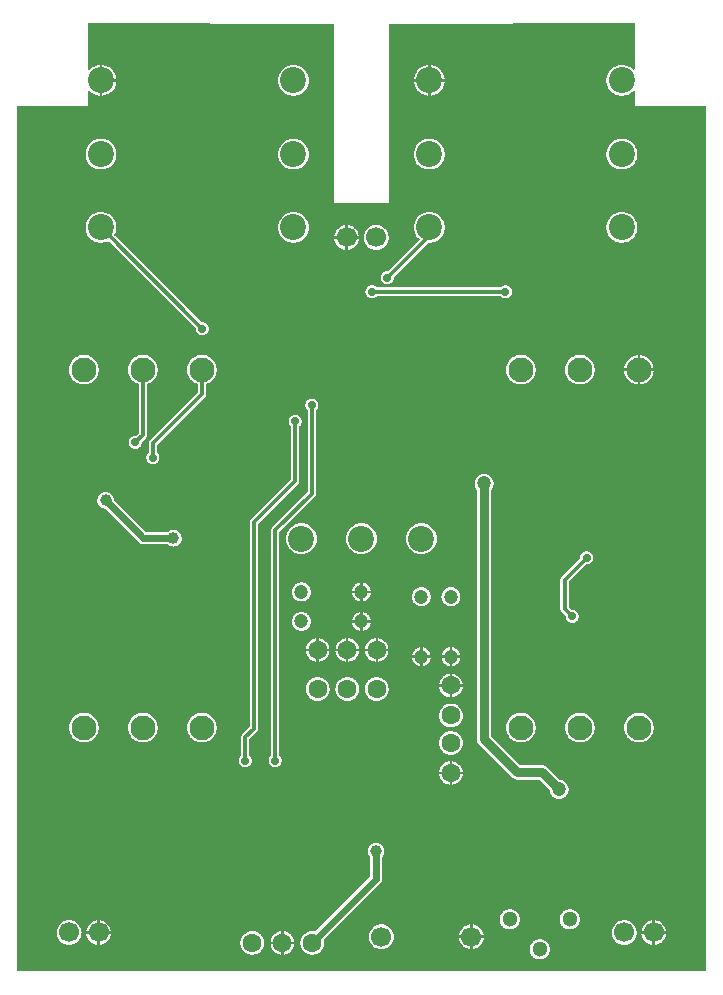
<source format=gbl>
%FSLAX46Y46*%
%MOMM*%
%ADD10C,0.300000*%
%ADD12C,0.600000*%
%ADD11C,0.800000*%
%AMPS13*
1,1,2.100000,0.000000,0.000000*
%
%ADD13PS13*%
%AMPS22*
1,1,1.600000,0.000000,0.000000*
%
%ADD22PS22*%
%AMPS15*
1,1,1.600000,0.000000,0.000000*
%
%ADD15PS15*%
%AMPS23*
1,1,2.200000,0.000000,0.000000*
%
%ADD23PS23*%
%AMPS25*
1,1,1.300000,0.000000,0.000000*
%
%ADD25PS25*%
%AMPS16*
1,1,2.200000,0.000000,0.000000*
%
%ADD16PS16*%
%AMPS14*
1,1,1.200000,0.000000,0.000000*
%
%ADD14PS14*%
%AMPS17*
1,1,1.200000,0.000000,0.000000*
%
%ADD17PS17*%
%AMPS21*
1,1,1.200000,0.000000,0.000000*
%
%ADD21PS21*%
%AMPS24*
1,1,1.200000,0.000000,0.000000*
%
%ADD24PS24*%
%AMPS20*
1,1,1.700000,0.000000,0.000000*
%
%ADD20PS20*%
%AMPS19*
1,1,1.700000,0.000000,0.000000*
%
%ADD19PS19*%
%AMPS18*
1,1,1.700000,0.000000,0.000000*
%
%ADD18PS18*%
%AMPS29*
1,1,1.200000,0.000000,0.000000*
%
%ADD29PS29*%
%AMPS28*
1,1,1.000000,0.000000,0.000000*
%
%ADD28PS28*%
%AMPS27*
1,1,0.700000,0.000000,0.000000*
%
%ADD27PS27*%
%AMPS26*
1,1,0.700000,0.000000,0.000000*
%
%ADD26PS26*%
G01*
%LPD*%
G36*
X58640000Y360000D02*
X58640000Y73640000D01*
X52640000Y73640000D01*
X52640000Y74867918D01*
X52521049Y74920646D01*
X52378039Y74791031D01*
X52275156Y74714727D01*
X52165288Y74648874D01*
X52049494Y74594108D01*
X51928893Y74550956D01*
X51804648Y74519835D01*
X51677937Y74501039D01*
X51550000Y74494753D01*
X51422063Y74501039D01*
X51295352Y74519835D01*
X51171107Y74550956D01*
X51050506Y74594108D01*
X50934712Y74648874D01*
X50824844Y74714727D01*
X50721961Y74791031D01*
X50627051Y74877051D01*
X50541031Y74971961D01*
X50464727Y75074844D01*
X50398874Y75184712D01*
X50344108Y75300506D01*
X50300956Y75421107D01*
X50269835Y75545352D01*
X50251039Y75672063D01*
X50244753Y75800000D01*
X50251039Y75927937D01*
X50269835Y76054648D01*
X50300956Y76178893D01*
X50344108Y76299494D01*
X50398874Y76415288D01*
X50464727Y76525156D01*
X50541031Y76628039D01*
X50627051Y76722949D01*
X50721961Y76808969D01*
X50824844Y76885273D01*
X50934712Y76951126D01*
X51050506Y77005892D01*
X51171107Y77049044D01*
X51295352Y77080165D01*
X51422063Y77098961D01*
X51550000Y77105247D01*
X51677937Y77098961D01*
X51804648Y77080165D01*
X51928893Y77049044D01*
X52049494Y77005892D01*
X52165288Y76951126D01*
X52275156Y76885273D01*
X52378039Y76808969D01*
X52521049Y76679354D01*
X52640000Y76732082D01*
X52640000Y80638322D01*
X31860000Y80541671D01*
X31860000Y65440000D01*
X27140000Y65440000D01*
X27140000Y80541671D01*
X6360000Y80638322D01*
X6360000Y76725334D01*
X6478952Y76672606D01*
X6625134Y76805098D01*
X6727627Y76881112D01*
X6837073Y76946711D01*
X6952421Y77001267D01*
X7072558Y77044252D01*
X7196330Y77075255D01*
X7322554Y77093979D01*
X7345000Y77095082D01*
X7345000Y74504918D01*
X7322554Y74506021D01*
X7196330Y74524745D01*
X7072558Y74555748D01*
X6952421Y74598733D01*
X6837073Y74653289D01*
X6727627Y74718888D01*
X6625134Y74794902D01*
X6478952Y74927394D01*
X6360000Y74874666D01*
X6360000Y73640000D01*
X360000Y73640000D01*
X360000Y360000D01*
X58640000Y360000D01*
D02*
G37*
%LPC*%
G36*
X23750000Y74494753D02*
X23622063Y74501039D01*
X23495352Y74519835D01*
X23371107Y74550956D01*
X23250506Y74594108D01*
X23134712Y74648874D01*
X23024844Y74714727D01*
X22921961Y74791031D01*
X22827051Y74877051D01*
X22741031Y74971961D01*
X22664727Y75074844D01*
X22598874Y75184712D01*
X22544108Y75300506D01*
X22500956Y75421107D01*
X22469835Y75545352D01*
X22451039Y75672063D01*
X22444753Y75800000D01*
X22451039Y75927937D01*
X22469835Y76054648D01*
X22500956Y76178893D01*
X22544108Y76299494D01*
X22598874Y76415288D01*
X22664727Y76525156D01*
X22741031Y76628039D01*
X22827051Y76722949D01*
X22921961Y76808969D01*
X23024844Y76885273D01*
X23134712Y76951126D01*
X23250506Y77005892D01*
X23371107Y77049044D01*
X23495352Y77080165D01*
X23622063Y77098961D01*
X23750000Y77105247D01*
X23877937Y77098961D01*
X24004648Y77080165D01*
X24128893Y77049044D01*
X24249494Y77005892D01*
X24365288Y76951126D01*
X24475156Y76885273D01*
X24578039Y76808969D01*
X24672949Y76722949D01*
X24758969Y76628039D01*
X24835273Y76525156D01*
X24901126Y76415288D01*
X24955892Y76299494D01*
X24999044Y76178893D01*
X25030165Y76054648D01*
X25048961Y75927937D01*
X25055247Y75800000D01*
X25048961Y75672063D01*
X25030165Y75545352D01*
X24999044Y75421107D01*
X24955892Y75300506D01*
X24901126Y75184712D01*
X24835273Y75074844D01*
X24758969Y74971961D01*
X24672949Y74877051D01*
X24578039Y74791031D01*
X24475156Y74714727D01*
X24365288Y74648874D01*
X24249494Y74594108D01*
X24128893Y74550956D01*
X24004648Y74519835D01*
X23877937Y74501039D01*
X23750000Y74494753D01*
D02*
G37*
%LPC*%
G36*
X8745082Y75905000D02*
X7555000Y75905000D01*
X7555000Y77095082D01*
X7577446Y77093979D01*
X7703670Y77075255D01*
X7827442Y77044252D01*
X7947579Y77001267D01*
X8062927Y76946711D01*
X8172373Y76881112D01*
X8274866Y76805098D01*
X8369409Y76719409D01*
X8455098Y76624866D01*
X8531112Y76522373D01*
X8596711Y76412927D01*
X8651267Y76297579D01*
X8694252Y76177442D01*
X8725255Y76053670D01*
X8743979Y75927446D01*
X8745082Y75905000D01*
D02*
G37*
%LPC*%
G36*
X35145000Y75905000D02*
X33954918Y75905000D01*
X33956021Y75927446D01*
X33974745Y76053670D01*
X34005748Y76177442D01*
X34048733Y76297579D01*
X34103289Y76412927D01*
X34168888Y76522373D01*
X34244902Y76624866D01*
X34330591Y76719409D01*
X34425134Y76805098D01*
X34527627Y76881112D01*
X34637073Y76946711D01*
X34752421Y77001267D01*
X34872558Y77044252D01*
X34996330Y77075255D01*
X35122554Y77093979D01*
X35145000Y77095082D01*
X35145000Y75905000D01*
D02*
G37*
%LPC*%
G36*
X36545082Y75905000D02*
X35355000Y75905000D01*
X35355000Y77095082D01*
X35377446Y77093979D01*
X35503670Y77075255D01*
X35627442Y77044252D01*
X35747579Y77001267D01*
X35862927Y76946711D01*
X35972373Y76881112D01*
X36074866Y76805098D01*
X36169409Y76719409D01*
X36255098Y76624866D01*
X36331112Y76522373D01*
X36396711Y76412927D01*
X36451267Y76297579D01*
X36494252Y76177442D01*
X36525255Y76053670D01*
X36543979Y75927446D01*
X36545082Y75905000D01*
D02*
G37*
%LPC*%
G36*
X35355000Y74504918D02*
X35355000Y75695000D01*
X36545082Y75695000D01*
X36543979Y75672554D01*
X36525255Y75546330D01*
X36494252Y75422558D01*
X36451267Y75302421D01*
X36396711Y75187073D01*
X36331112Y75077627D01*
X36255098Y74975134D01*
X36169409Y74880591D01*
X36074866Y74794902D01*
X35972373Y74718888D01*
X35862927Y74653289D01*
X35747579Y74598733D01*
X35627442Y74555748D01*
X35503670Y74524745D01*
X35377446Y74506021D01*
X35355000Y74504918D01*
D02*
G37*
%LPC*%
G36*
X35145000Y74504918D02*
X35122554Y74506021D01*
X34996330Y74524745D01*
X34872558Y74555748D01*
X34752421Y74598733D01*
X34637073Y74653289D01*
X34527627Y74718888D01*
X34425134Y74794902D01*
X34330591Y74880591D01*
X34244902Y74975134D01*
X34168888Y75077627D01*
X34103289Y75187073D01*
X34048733Y75302421D01*
X34005748Y75422558D01*
X33974745Y75546330D01*
X33956021Y75672554D01*
X33954918Y75695000D01*
X35145000Y75695000D01*
X35145000Y74504918D01*
D02*
G37*
%LPC*%
G36*
X7555000Y74504918D02*
X7555000Y75695000D01*
X8745082Y75695000D01*
X8743979Y75672554D01*
X8725255Y75546330D01*
X8694252Y75422558D01*
X8651267Y75302421D01*
X8596711Y75187073D01*
X8531112Y75077627D01*
X8455098Y74975134D01*
X8369409Y74880591D01*
X8274866Y74794902D01*
X8172373Y74718888D01*
X8062927Y74653289D01*
X7947579Y74598733D01*
X7827442Y74555748D01*
X7703670Y74524745D01*
X7577446Y74506021D01*
X7555000Y74504918D01*
D02*
G37*
%LPC*%
G36*
X7450000Y68244753D02*
X7322063Y68251039D01*
X7195352Y68269835D01*
X7071107Y68300956D01*
X6950506Y68344108D01*
X6834712Y68398874D01*
X6724844Y68464727D01*
X6621961Y68541031D01*
X6527051Y68627051D01*
X6441031Y68721961D01*
X6364727Y68824844D01*
X6298874Y68934712D01*
X6244108Y69050506D01*
X6200956Y69171107D01*
X6169835Y69295352D01*
X6151039Y69422063D01*
X6144753Y69550000D01*
X6151039Y69677937D01*
X6169835Y69804648D01*
X6200956Y69928893D01*
X6244108Y70049494D01*
X6298874Y70165288D01*
X6364727Y70275156D01*
X6441031Y70378039D01*
X6527051Y70472949D01*
X6621961Y70558969D01*
X6724844Y70635273D01*
X6834712Y70701126D01*
X6950506Y70755892D01*
X7071107Y70799044D01*
X7195352Y70830165D01*
X7322063Y70848961D01*
X7450000Y70855247D01*
X7577937Y70848961D01*
X7704648Y70830165D01*
X7828893Y70799044D01*
X7949494Y70755892D01*
X8065288Y70701126D01*
X8175156Y70635273D01*
X8278039Y70558969D01*
X8372949Y70472949D01*
X8458969Y70378039D01*
X8535273Y70275156D01*
X8601126Y70165288D01*
X8655892Y70049494D01*
X8699044Y69928893D01*
X8730165Y69804648D01*
X8748961Y69677937D01*
X8755247Y69550000D01*
X8748961Y69422063D01*
X8730165Y69295352D01*
X8699044Y69171107D01*
X8655892Y69050506D01*
X8601126Y68934712D01*
X8535273Y68824844D01*
X8458969Y68721961D01*
X8372949Y68627051D01*
X8278039Y68541031D01*
X8175156Y68464727D01*
X8065288Y68398874D01*
X7949494Y68344108D01*
X7828893Y68300956D01*
X7704648Y68269835D01*
X7577937Y68251039D01*
X7450000Y68244753D01*
D02*
G37*
%LPC*%
G36*
X23750000Y68244753D02*
X23622063Y68251039D01*
X23495352Y68269835D01*
X23371107Y68300956D01*
X23250506Y68344108D01*
X23134712Y68398874D01*
X23024844Y68464727D01*
X22921961Y68541031D01*
X22827051Y68627051D01*
X22741031Y68721961D01*
X22664727Y68824844D01*
X22598874Y68934712D01*
X22544108Y69050506D01*
X22500956Y69171107D01*
X22469835Y69295352D01*
X22451039Y69422063D01*
X22444753Y69550000D01*
X22451039Y69677937D01*
X22469835Y69804648D01*
X22500956Y69928893D01*
X22544108Y70049494D01*
X22598874Y70165288D01*
X22664727Y70275156D01*
X22741031Y70378039D01*
X22827051Y70472949D01*
X22921961Y70558969D01*
X23024844Y70635273D01*
X23134712Y70701126D01*
X23250506Y70755892D01*
X23371107Y70799044D01*
X23495352Y70830165D01*
X23622063Y70848961D01*
X23750000Y70855247D01*
X23877937Y70848961D01*
X24004648Y70830165D01*
X24128893Y70799044D01*
X24249494Y70755892D01*
X24365288Y70701126D01*
X24475156Y70635273D01*
X24578039Y70558969D01*
X24672949Y70472949D01*
X24758969Y70378039D01*
X24835273Y70275156D01*
X24901126Y70165288D01*
X24955892Y70049494D01*
X24999044Y69928893D01*
X25030165Y69804648D01*
X25048961Y69677937D01*
X25055247Y69550000D01*
X25048961Y69422063D01*
X25030165Y69295352D01*
X24999044Y69171107D01*
X24955892Y69050506D01*
X24901126Y68934712D01*
X24835273Y68824844D01*
X24758969Y68721961D01*
X24672949Y68627051D01*
X24578039Y68541031D01*
X24475156Y68464727D01*
X24365288Y68398874D01*
X24249494Y68344108D01*
X24128893Y68300956D01*
X24004648Y68269835D01*
X23877937Y68251039D01*
X23750000Y68244753D01*
D02*
G37*
%LPC*%
G36*
X35250000Y68244753D02*
X35122063Y68251039D01*
X34995352Y68269835D01*
X34871107Y68300956D01*
X34750506Y68344108D01*
X34634712Y68398874D01*
X34524844Y68464727D01*
X34421961Y68541031D01*
X34327051Y68627051D01*
X34241031Y68721961D01*
X34164727Y68824844D01*
X34098874Y68934712D01*
X34044108Y69050506D01*
X34000956Y69171107D01*
X33969835Y69295352D01*
X33951039Y69422063D01*
X33944753Y69550000D01*
X33951039Y69677937D01*
X33969835Y69804648D01*
X34000956Y69928893D01*
X34044108Y70049494D01*
X34098874Y70165288D01*
X34164727Y70275156D01*
X34241031Y70378039D01*
X34327051Y70472949D01*
X34421961Y70558969D01*
X34524844Y70635273D01*
X34634712Y70701126D01*
X34750506Y70755892D01*
X34871107Y70799044D01*
X34995352Y70830165D01*
X35122063Y70848961D01*
X35250000Y70855247D01*
X35377937Y70848961D01*
X35504648Y70830165D01*
X35628893Y70799044D01*
X35749494Y70755892D01*
X35865288Y70701126D01*
X35975156Y70635273D01*
X36078039Y70558969D01*
X36172949Y70472949D01*
X36258969Y70378039D01*
X36335273Y70275156D01*
X36401126Y70165288D01*
X36455892Y70049494D01*
X36499044Y69928893D01*
X36530165Y69804648D01*
X36548961Y69677937D01*
X36555247Y69550000D01*
X36548961Y69422063D01*
X36530165Y69295352D01*
X36499044Y69171107D01*
X36455892Y69050506D01*
X36401126Y68934712D01*
X36335273Y68824844D01*
X36258969Y68721961D01*
X36172949Y68627051D01*
X36078039Y68541031D01*
X35975156Y68464727D01*
X35865288Y68398874D01*
X35749494Y68344108D01*
X35628893Y68300956D01*
X35504648Y68269835D01*
X35377937Y68251039D01*
X35250000Y68244753D01*
D02*
G37*
%LPC*%
G36*
X51550000Y68244753D02*
X51422063Y68251039D01*
X51295352Y68269835D01*
X51171107Y68300956D01*
X51050506Y68344108D01*
X50934712Y68398874D01*
X50824844Y68464727D01*
X50721961Y68541031D01*
X50627051Y68627051D01*
X50541031Y68721961D01*
X50464727Y68824844D01*
X50398874Y68934712D01*
X50344108Y69050506D01*
X50300956Y69171107D01*
X50269835Y69295352D01*
X50251039Y69422063D01*
X50244753Y69550000D01*
X50251039Y69677937D01*
X50269835Y69804648D01*
X50300956Y69928893D01*
X50344108Y70049494D01*
X50398874Y70165288D01*
X50464727Y70275156D01*
X50541031Y70378039D01*
X50627051Y70472949D01*
X50721961Y70558969D01*
X50824844Y70635273D01*
X50934712Y70701126D01*
X51050506Y70755892D01*
X51171107Y70799044D01*
X51295352Y70830165D01*
X51422063Y70848961D01*
X51550000Y70855247D01*
X51677937Y70848961D01*
X51804648Y70830165D01*
X51928893Y70799044D01*
X52049494Y70755892D01*
X52165288Y70701126D01*
X52275156Y70635273D01*
X52378039Y70558969D01*
X52472949Y70472949D01*
X52558969Y70378039D01*
X52635273Y70275156D01*
X52701126Y70165288D01*
X52755892Y70049494D01*
X52799044Y69928893D01*
X52830165Y69804648D01*
X52848961Y69677937D01*
X52855247Y69550000D01*
X52848961Y69422063D01*
X52830165Y69295352D01*
X52799044Y69171107D01*
X52755892Y69050506D01*
X52701126Y68934712D01*
X52635273Y68824844D01*
X52558969Y68721961D01*
X52472949Y68627051D01*
X52378039Y68541031D01*
X52275156Y68464727D01*
X52165288Y68398874D01*
X52049494Y68344108D01*
X51928893Y68300956D01*
X51804648Y68269835D01*
X51677937Y68251039D01*
X51550000Y68244753D01*
D02*
G37*
%LPC*%
G36*
X16030000Y54214752D02*
X15975583Y54217426D01*
X15921672Y54225423D01*
X15868825Y54238660D01*
X15817514Y54257020D01*
X15768256Y54280317D01*
X15721520Y54308329D01*
X15677760Y54340784D01*
X15637381Y54377381D01*
X15600784Y54417760D01*
X15568329Y54461520D01*
X15540317Y54508256D01*
X15517020Y54557514D01*
X15498660Y54608825D01*
X15485423Y54661672D01*
X15477426Y54715583D01*
X15474752Y54769995D01*
X15477242Y54820712D01*
X8088230Y62209724D01*
X7949494Y62144108D01*
X7828893Y62100956D01*
X7704648Y62069835D01*
X7577937Y62051039D01*
X7450000Y62044753D01*
X7322063Y62051039D01*
X7195352Y62069835D01*
X7071107Y62100956D01*
X6950506Y62144108D01*
X6834712Y62198874D01*
X6724844Y62264727D01*
X6621961Y62341031D01*
X6527051Y62427051D01*
X6441031Y62521961D01*
X6364727Y62624844D01*
X6298874Y62734712D01*
X6244108Y62850506D01*
X6200956Y62971107D01*
X6169835Y63095352D01*
X6151039Y63222063D01*
X6144753Y63350000D01*
X6151039Y63477937D01*
X6169835Y63604648D01*
X6200956Y63728893D01*
X6244108Y63849494D01*
X6298874Y63965288D01*
X6364727Y64075156D01*
X6441031Y64178039D01*
X6527051Y64272949D01*
X6621961Y64358969D01*
X6724844Y64435273D01*
X6834712Y64501126D01*
X6950506Y64555892D01*
X7071107Y64599044D01*
X7195352Y64630165D01*
X7322063Y64648961D01*
X7450000Y64655247D01*
X7577937Y64648961D01*
X7704648Y64630165D01*
X7828893Y64599044D01*
X7949494Y64555892D01*
X8065288Y64501126D01*
X8175156Y64435273D01*
X8278039Y64358969D01*
X8372949Y64272949D01*
X8458969Y64178039D01*
X8535273Y64075156D01*
X8601126Y63965288D01*
X8655892Y63849494D01*
X8699044Y63728893D01*
X8730165Y63604648D01*
X8748961Y63477937D01*
X8755247Y63350000D01*
X8748961Y63222063D01*
X8730165Y63095352D01*
X8699044Y62971107D01*
X8655892Y62850506D01*
X8590276Y62711770D01*
X15979288Y55322758D01*
X16030005Y55325248D01*
X16084417Y55322574D01*
X16138328Y55314577D01*
X16191175Y55301340D01*
X16242486Y55282980D01*
X16291744Y55259683D01*
X16338480Y55231671D01*
X16382240Y55199216D01*
X16422619Y55162619D01*
X16459216Y55122240D01*
X16491671Y55078480D01*
X16519683Y55031744D01*
X16542980Y54982486D01*
X16561340Y54931175D01*
X16574577Y54878328D01*
X16582574Y54824417D01*
X16585248Y54770000D01*
X16582574Y54715583D01*
X16574577Y54661672D01*
X16561340Y54608825D01*
X16542980Y54557514D01*
X16519683Y54508256D01*
X16491671Y54461520D01*
X16459216Y54417760D01*
X16422619Y54377381D01*
X16382240Y54340784D01*
X16338480Y54308329D01*
X16291744Y54280317D01*
X16242486Y54257020D01*
X16191175Y54238660D01*
X16138328Y54225423D01*
X16084417Y54217426D01*
X16030000Y54214752D01*
D02*
G37*
%LPC*%
G36*
X23750000Y62044753D02*
X23622063Y62051039D01*
X23495352Y62069835D01*
X23371107Y62100956D01*
X23250506Y62144108D01*
X23134712Y62198874D01*
X23024844Y62264727D01*
X22921961Y62341031D01*
X22827051Y62427051D01*
X22741031Y62521961D01*
X22664727Y62624844D01*
X22598874Y62734712D01*
X22544108Y62850506D01*
X22500956Y62971107D01*
X22469835Y63095352D01*
X22451039Y63222063D01*
X22444753Y63350000D01*
X22451039Y63477937D01*
X22469835Y63604648D01*
X22500956Y63728893D01*
X22544108Y63849494D01*
X22598874Y63965288D01*
X22664727Y64075156D01*
X22741031Y64178039D01*
X22827051Y64272949D01*
X22921961Y64358969D01*
X23024844Y64435273D01*
X23134712Y64501126D01*
X23250506Y64555892D01*
X23371107Y64599044D01*
X23495352Y64630165D01*
X23622063Y64648961D01*
X23750000Y64655247D01*
X23877937Y64648961D01*
X24004648Y64630165D01*
X24128893Y64599044D01*
X24249494Y64555892D01*
X24365288Y64501126D01*
X24475156Y64435273D01*
X24578039Y64358969D01*
X24672949Y64272949D01*
X24758969Y64178039D01*
X24835273Y64075156D01*
X24901126Y63965288D01*
X24955892Y63849494D01*
X24999044Y63728893D01*
X25030165Y63604648D01*
X25048961Y63477937D01*
X25055247Y63350000D01*
X25048961Y63222063D01*
X25030165Y63095352D01*
X24999044Y62971107D01*
X24955892Y62850506D01*
X24901126Y62734712D01*
X24835273Y62624844D01*
X24758969Y62521961D01*
X24672949Y62427051D01*
X24578039Y62341031D01*
X24475156Y62264727D01*
X24365288Y62198874D01*
X24249494Y62144108D01*
X24128893Y62100956D01*
X24004648Y62069835D01*
X23877937Y62051039D01*
X23750000Y62044753D01*
D02*
G37*
%LPC*%
G36*
X31700000Y58544752D02*
X31645583Y58547426D01*
X31591672Y58555423D01*
X31538825Y58568660D01*
X31487514Y58587020D01*
X31438256Y58610317D01*
X31391520Y58638329D01*
X31347760Y58670784D01*
X31307381Y58707381D01*
X31270784Y58747760D01*
X31238329Y58791520D01*
X31210317Y58838256D01*
X31187020Y58887514D01*
X31168660Y58938825D01*
X31155423Y58991672D01*
X31147426Y59045583D01*
X31144752Y59100000D01*
X31147426Y59154417D01*
X31155423Y59208328D01*
X31168660Y59261175D01*
X31187020Y59312486D01*
X31210317Y59361744D01*
X31238329Y59408480D01*
X31270784Y59452240D01*
X31307381Y59492619D01*
X31347760Y59529216D01*
X31391520Y59561671D01*
X31438256Y59589683D01*
X31487514Y59612980D01*
X31538825Y59631340D01*
X31591672Y59644577D01*
X31645583Y59652574D01*
X31699993Y59655247D01*
X31750711Y59652757D01*
X34430891Y62332938D01*
X34327051Y62427051D01*
X34241031Y62521961D01*
X34164727Y62624844D01*
X34098874Y62734712D01*
X34044108Y62850506D01*
X34000956Y62971107D01*
X33969835Y63095352D01*
X33951039Y63222063D01*
X33944753Y63350000D01*
X33951039Y63477937D01*
X33969835Y63604648D01*
X34000956Y63728893D01*
X34044108Y63849494D01*
X34098874Y63965288D01*
X34164727Y64075156D01*
X34241031Y64178039D01*
X34327051Y64272949D01*
X34421961Y64358969D01*
X34524844Y64435273D01*
X34634712Y64501126D01*
X34750506Y64555892D01*
X34871107Y64599044D01*
X34995352Y64630165D01*
X35122063Y64648961D01*
X35250000Y64655247D01*
X35377937Y64648961D01*
X35504648Y64630165D01*
X35628893Y64599044D01*
X35749494Y64555892D01*
X35865288Y64501126D01*
X35975156Y64435273D01*
X36078039Y64358969D01*
X36172949Y64272949D01*
X36258969Y64178039D01*
X36335273Y64075156D01*
X36401126Y63965288D01*
X36455892Y63849494D01*
X36499044Y63728893D01*
X36530165Y63604648D01*
X36548961Y63477937D01*
X36555247Y63350000D01*
X36548961Y63222063D01*
X36530165Y63095352D01*
X36499044Y62971107D01*
X36455892Y62850506D01*
X36401126Y62734712D01*
X36335273Y62624844D01*
X36258969Y62521961D01*
X36172949Y62427051D01*
X36078039Y62341031D01*
X35975156Y62264727D01*
X35865288Y62198874D01*
X35749494Y62144108D01*
X35628893Y62100956D01*
X35504648Y62069835D01*
X35377937Y62051039D01*
X35250000Y62044753D01*
X35151633Y62049586D01*
X32252757Y59150711D01*
X32255247Y59099993D01*
X32252574Y59045583D01*
X32244577Y58991672D01*
X32231340Y58938825D01*
X32212980Y58887514D01*
X32189683Y58838256D01*
X32161671Y58791520D01*
X32129216Y58747760D01*
X32092619Y58707381D01*
X32052240Y58670784D01*
X32008480Y58638329D01*
X31961744Y58610317D01*
X31912486Y58587020D01*
X31861175Y58568660D01*
X31808328Y58555423D01*
X31754417Y58547426D01*
X31700000Y58544752D01*
D02*
G37*
%LPC*%
G36*
X51550000Y62044753D02*
X51422063Y62051039D01*
X51295352Y62069835D01*
X51171107Y62100956D01*
X51050506Y62144108D01*
X50934712Y62198874D01*
X50824844Y62264727D01*
X50721961Y62341031D01*
X50627051Y62427051D01*
X50541031Y62521961D01*
X50464727Y62624844D01*
X50398874Y62734712D01*
X50344108Y62850506D01*
X50300956Y62971107D01*
X50269835Y63095352D01*
X50251039Y63222063D01*
X50244753Y63350000D01*
X50251039Y63477937D01*
X50269835Y63604648D01*
X50300956Y63728893D01*
X50344108Y63849494D01*
X50398874Y63965288D01*
X50464727Y64075156D01*
X50541031Y64178039D01*
X50627051Y64272949D01*
X50721961Y64358969D01*
X50824844Y64435273D01*
X50934712Y64501126D01*
X51050506Y64555892D01*
X51171107Y64599044D01*
X51295352Y64630165D01*
X51422063Y64648961D01*
X51550000Y64655247D01*
X51677937Y64648961D01*
X51804648Y64630165D01*
X51928893Y64599044D01*
X52049494Y64555892D01*
X52165288Y64501126D01*
X52275156Y64435273D01*
X52378039Y64358969D01*
X52472949Y64272949D01*
X52558969Y64178039D01*
X52635273Y64075156D01*
X52701126Y63965288D01*
X52755892Y63849494D01*
X52799044Y63728893D01*
X52830165Y63604648D01*
X52848961Y63477937D01*
X52855247Y63350000D01*
X52848961Y63222063D01*
X52830165Y63095352D01*
X52799044Y62971107D01*
X52755892Y62850506D01*
X52701126Y62734712D01*
X52635273Y62624844D01*
X52558969Y62521961D01*
X52472949Y62427051D01*
X52378039Y62341031D01*
X52275156Y62264727D01*
X52165288Y62198874D01*
X52049494Y62144108D01*
X51928893Y62100956D01*
X51804648Y62069835D01*
X51677937Y62051039D01*
X51550000Y62044753D01*
D02*
G37*
%LPC*%
G36*
X30750000Y61444753D02*
X30646567Y61449835D01*
X30544127Y61465031D01*
X30443680Y61490191D01*
X30346180Y61525078D01*
X30252554Y61569358D01*
X30163742Y61622591D01*
X30080556Y61684286D01*
X30003828Y61753828D01*
X29934286Y61830556D01*
X29872591Y61913742D01*
X29819358Y62002554D01*
X29775078Y62096180D01*
X29740191Y62193680D01*
X29715031Y62294127D01*
X29699835Y62396567D01*
X29694753Y62500000D01*
X29699835Y62603433D01*
X29715031Y62705873D01*
X29740191Y62806320D01*
X29775078Y62903820D01*
X29819358Y62997446D01*
X29872591Y63086258D01*
X29934286Y63169444D01*
X30003828Y63246172D01*
X30080556Y63315714D01*
X30163742Y63377409D01*
X30252554Y63430642D01*
X30346180Y63474922D01*
X30443680Y63509809D01*
X30544127Y63534969D01*
X30646567Y63550165D01*
X30750000Y63555247D01*
X30853433Y63550165D01*
X30955873Y63534969D01*
X31056320Y63509809D01*
X31153820Y63474922D01*
X31247446Y63430642D01*
X31336258Y63377409D01*
X31419444Y63315714D01*
X31496172Y63246172D01*
X31565714Y63169444D01*
X31627409Y63086258D01*
X31680642Y62997446D01*
X31724922Y62903820D01*
X31759809Y62806320D01*
X31784969Y62705873D01*
X31800165Y62603433D01*
X31805247Y62500000D01*
X31800165Y62396567D01*
X31784969Y62294127D01*
X31759809Y62193680D01*
X31724922Y62096180D01*
X31680642Y62002554D01*
X31627409Y61913742D01*
X31565714Y61830556D01*
X31496172Y61753828D01*
X31419444Y61684286D01*
X31336258Y61622591D01*
X31247446Y61569358D01*
X31153820Y61525078D01*
X31056320Y61490191D01*
X30955873Y61465031D01*
X30853433Y61449835D01*
X30750000Y61444753D01*
D02*
G37*
%LPC*%
G36*
X28145000Y62605000D02*
X27205122Y62605000D01*
X27219941Y62704897D01*
X27244983Y62804871D01*
X27279705Y62901911D01*
X27323764Y62995070D01*
X27376763Y63083491D01*
X27438150Y63166262D01*
X27507368Y63242632D01*
X27583738Y63311850D01*
X27666509Y63373237D01*
X27754930Y63426236D01*
X27848089Y63470295D01*
X27945129Y63505017D01*
X28045103Y63530059D01*
X28145000Y63544878D01*
X28145000Y62605000D01*
D02*
G37*
%LPC*%
G36*
X29294878Y62605000D02*
X28355000Y62605000D01*
X28355000Y63544878D01*
X28454897Y63530059D01*
X28554871Y63505017D01*
X28651911Y63470295D01*
X28745070Y63426236D01*
X28833491Y63373237D01*
X28916262Y63311850D01*
X28992632Y63242632D01*
X29061850Y63166262D01*
X29123237Y63083491D01*
X29176236Y62995070D01*
X29220295Y62901911D01*
X29255017Y62804871D01*
X29280059Y62704897D01*
X29294878Y62605000D01*
D02*
G37*
%LPC*%
G36*
X28355000Y61455122D02*
X28355000Y62395000D01*
X29294878Y62395000D01*
X29280059Y62295103D01*
X29255017Y62195129D01*
X29220295Y62098089D01*
X29176236Y62004930D01*
X29123237Y61916509D01*
X29061850Y61833738D01*
X28992632Y61757368D01*
X28916262Y61688150D01*
X28833491Y61626763D01*
X28745070Y61573764D01*
X28651911Y61529705D01*
X28554871Y61494983D01*
X28454897Y61469941D01*
X28355000Y61455122D01*
D02*
G37*
%LPC*%
G36*
X28145000Y61455122D02*
X28045103Y61469941D01*
X27945129Y61494983D01*
X27848089Y61529705D01*
X27754930Y61573764D01*
X27666509Y61626763D01*
X27583738Y61688150D01*
X27507368Y61757368D01*
X27438150Y61833738D01*
X27376763Y61916509D01*
X27323764Y62004930D01*
X27279705Y62098089D01*
X27244983Y62195129D01*
X27219941Y62295103D01*
X27205122Y62395000D01*
X28145000Y62395000D01*
X28145000Y61455122D01*
D02*
G37*
%LPC*%
G36*
X41700000Y57344752D02*
X41645583Y57347426D01*
X41591672Y57355423D01*
X41538825Y57368660D01*
X41487514Y57387020D01*
X41438256Y57410317D01*
X41391520Y57438329D01*
X41347760Y57470784D01*
X41307380Y57507382D01*
X41273285Y57545000D01*
X30826715Y57545000D01*
X30792620Y57507382D01*
X30752240Y57470784D01*
X30708480Y57438329D01*
X30661744Y57410317D01*
X30612486Y57387020D01*
X30561175Y57368660D01*
X30508328Y57355423D01*
X30454417Y57347426D01*
X30400000Y57344752D01*
X30345583Y57347426D01*
X30291672Y57355423D01*
X30238825Y57368660D01*
X30187514Y57387020D01*
X30138256Y57410317D01*
X30091520Y57438329D01*
X30047760Y57470784D01*
X30007381Y57507381D01*
X29970784Y57547760D01*
X29938329Y57591520D01*
X29910317Y57638256D01*
X29887020Y57687514D01*
X29868660Y57738825D01*
X29855423Y57791672D01*
X29847426Y57845583D01*
X29844752Y57900000D01*
X29847426Y57954417D01*
X29855423Y58008328D01*
X29868660Y58061175D01*
X29887020Y58112486D01*
X29910317Y58161744D01*
X29938329Y58208480D01*
X29970784Y58252240D01*
X30007381Y58292619D01*
X30047760Y58329216D01*
X30091520Y58361671D01*
X30138256Y58389683D01*
X30187514Y58412980D01*
X30238825Y58431340D01*
X30291672Y58444577D01*
X30345583Y58452574D01*
X30400000Y58455248D01*
X30454417Y58452574D01*
X30508328Y58444577D01*
X30561175Y58431340D01*
X30612486Y58412980D01*
X30661744Y58389683D01*
X30708480Y58361671D01*
X30752240Y58329216D01*
X30792620Y58292618D01*
X30826715Y58255000D01*
X41273285Y58255000D01*
X41307380Y58292618D01*
X41347760Y58329216D01*
X41391520Y58361671D01*
X41438256Y58389683D01*
X41487514Y58412980D01*
X41538825Y58431340D01*
X41591672Y58444577D01*
X41645583Y58452574D01*
X41700000Y58455248D01*
X41754417Y58452574D01*
X41808328Y58444577D01*
X41861175Y58431340D01*
X41912486Y58412980D01*
X41961744Y58389683D01*
X42008480Y58361671D01*
X42052240Y58329216D01*
X42092619Y58292619D01*
X42129216Y58252240D01*
X42161671Y58208480D01*
X42189683Y58161744D01*
X42212980Y58112486D01*
X42231340Y58061175D01*
X42244577Y58008328D01*
X42252574Y57954417D01*
X42255248Y57900000D01*
X42252574Y57845583D01*
X42244577Y57791672D01*
X42231340Y57738825D01*
X42212980Y57687514D01*
X42189683Y57638256D01*
X42161671Y57591520D01*
X42129216Y57547760D01*
X42092619Y57507381D01*
X42052240Y57470784D01*
X42008480Y57438329D01*
X41961744Y57410317D01*
X41912486Y57387020D01*
X41861175Y57368660D01*
X41808328Y57355423D01*
X41754417Y57347426D01*
X41700000Y57344752D01*
D02*
G37*
%LPC*%
G36*
X6000000Y50044752D02*
X5876973Y50050798D01*
X5755108Y50068874D01*
X5635622Y50098803D01*
X5519640Y50140302D01*
X5408282Y50192970D01*
X5302623Y50256300D01*
X5203681Y50329681D01*
X5112406Y50412406D01*
X5029681Y50503681D01*
X4956300Y50602623D01*
X4892970Y50708282D01*
X4840302Y50819640D01*
X4798803Y50935622D01*
X4768874Y51055108D01*
X4750798Y51176973D01*
X4744752Y51300000D01*
X4750798Y51423027D01*
X4768874Y51544892D01*
X4798803Y51664378D01*
X4840302Y51780360D01*
X4892970Y51891718D01*
X4956300Y51997377D01*
X5029681Y52096319D01*
X5112406Y52187594D01*
X5203681Y52270319D01*
X5302623Y52343700D01*
X5408282Y52407030D01*
X5519640Y52459698D01*
X5635622Y52501197D01*
X5755108Y52531126D01*
X5876973Y52549202D01*
X6000000Y52555248D01*
X6123027Y52549202D01*
X6244892Y52531126D01*
X6364378Y52501197D01*
X6480360Y52459698D01*
X6591718Y52407030D01*
X6697377Y52343700D01*
X6796319Y52270319D01*
X6887594Y52187594D01*
X6970319Y52096319D01*
X7043700Y51997377D01*
X7107030Y51891718D01*
X7159698Y51780360D01*
X7201197Y51664378D01*
X7231126Y51544892D01*
X7249202Y51423027D01*
X7255248Y51300000D01*
X7249202Y51176973D01*
X7231126Y51055108D01*
X7201197Y50935622D01*
X7159698Y50819640D01*
X7107030Y50708282D01*
X7043700Y50602623D01*
X6970319Y50503681D01*
X6887594Y50412406D01*
X6796319Y50329681D01*
X6697377Y50256300D01*
X6591718Y50192970D01*
X6480360Y50140302D01*
X6364378Y50098803D01*
X6244892Y50068874D01*
X6123027Y50050798D01*
X6000000Y50044752D01*
D02*
G37*
%LPC*%
G36*
X10350000Y44584752D02*
X10295583Y44587426D01*
X10241672Y44595423D01*
X10188825Y44608660D01*
X10137514Y44627020D01*
X10088256Y44650317D01*
X10041520Y44678329D01*
X9997760Y44710784D01*
X9957381Y44747381D01*
X9920784Y44787760D01*
X9888329Y44831520D01*
X9860317Y44878256D01*
X9837020Y44927514D01*
X9818660Y44978825D01*
X9805423Y45031672D01*
X9797426Y45085583D01*
X9794752Y45140000D01*
X9797426Y45194417D01*
X9805423Y45248328D01*
X9818660Y45301175D01*
X9837020Y45352486D01*
X9860317Y45401744D01*
X9888329Y45448480D01*
X9920784Y45492240D01*
X9957381Y45532619D01*
X9997760Y45569216D01*
X10041520Y45601671D01*
X10088256Y45629683D01*
X10137514Y45652980D01*
X10188825Y45671340D01*
X10241672Y45684577D01*
X10295583Y45692574D01*
X10349993Y45695247D01*
X10400711Y45692757D01*
X10645000Y45937047D01*
X10645000Y50095448D01*
X10519640Y50140302D01*
X10408282Y50192970D01*
X10302623Y50256300D01*
X10203681Y50329681D01*
X10112406Y50412406D01*
X10029681Y50503681D01*
X9956300Y50602623D01*
X9892970Y50708282D01*
X9840302Y50819640D01*
X9798803Y50935622D01*
X9768874Y51055108D01*
X9750798Y51176973D01*
X9744752Y51300000D01*
X9750798Y51423027D01*
X9768874Y51544892D01*
X9798803Y51664378D01*
X9840302Y51780360D01*
X9892970Y51891718D01*
X9956300Y51997377D01*
X10029681Y52096319D01*
X10112406Y52187594D01*
X10203681Y52270319D01*
X10302623Y52343700D01*
X10408282Y52407030D01*
X10519640Y52459698D01*
X10635622Y52501197D01*
X10755108Y52531126D01*
X10876973Y52549202D01*
X11000000Y52555248D01*
X11123027Y52549202D01*
X11244892Y52531126D01*
X11364378Y52501197D01*
X11480360Y52459698D01*
X11591718Y52407030D01*
X11697377Y52343700D01*
X11796319Y52270319D01*
X11887594Y52187594D01*
X11970319Y52096319D01*
X12043700Y51997377D01*
X12107030Y51891718D01*
X12159698Y51780360D01*
X12201197Y51664378D01*
X12231126Y51544892D01*
X12249202Y51423027D01*
X12255248Y51300000D01*
X12249202Y51176973D01*
X12231126Y51055108D01*
X12201197Y50935622D01*
X12159698Y50819640D01*
X12107030Y50708282D01*
X12043700Y50602623D01*
X11970319Y50503681D01*
X11887594Y50412406D01*
X11796319Y50329681D01*
X11697377Y50256300D01*
X11591718Y50192970D01*
X11480360Y50140302D01*
X11355000Y50095448D01*
X11355000Y45779923D01*
X11349151Y45720548D01*
X11328893Y45653770D01*
X11295996Y45592222D01*
X11252220Y45538877D01*
X11244448Y45532401D01*
X10902757Y45190711D01*
X10905247Y45139993D01*
X10902574Y45085583D01*
X10894577Y45031672D01*
X10881340Y44978825D01*
X10862980Y44927514D01*
X10839683Y44878256D01*
X10811671Y44831520D01*
X10779216Y44787760D01*
X10742619Y44747381D01*
X10702240Y44710784D01*
X10658480Y44678329D01*
X10611744Y44650317D01*
X10562486Y44627020D01*
X10511175Y44608660D01*
X10458328Y44595423D01*
X10404417Y44587426D01*
X10350000Y44584752D01*
D02*
G37*
%LPC*%
G36*
X11850000Y43304752D02*
X11795583Y43307426D01*
X11741672Y43315423D01*
X11688825Y43328660D01*
X11637514Y43347020D01*
X11588256Y43370317D01*
X11541520Y43398329D01*
X11497760Y43430784D01*
X11457381Y43467381D01*
X11420784Y43507760D01*
X11388329Y43551520D01*
X11360317Y43598256D01*
X11337020Y43647514D01*
X11318660Y43698825D01*
X11305423Y43751672D01*
X11297426Y43805583D01*
X11294752Y43860000D01*
X11297426Y43914417D01*
X11305423Y43968328D01*
X11318660Y44021175D01*
X11337020Y44072486D01*
X11360317Y44121744D01*
X11388329Y44168480D01*
X11420784Y44212240D01*
X11457382Y44252620D01*
X11495000Y44286715D01*
X11495000Y45060066D01*
X11500849Y45119451D01*
X11521106Y45186229D01*
X11554003Y45247777D01*
X11597779Y45301122D01*
X11605551Y45307598D01*
X15645000Y49347047D01*
X15645000Y50095448D01*
X15519640Y50140302D01*
X15408282Y50192970D01*
X15302623Y50256300D01*
X15203681Y50329681D01*
X15112406Y50412406D01*
X15029681Y50503681D01*
X14956300Y50602623D01*
X14892970Y50708282D01*
X14840302Y50819640D01*
X14798803Y50935622D01*
X14768874Y51055108D01*
X14750798Y51176973D01*
X14744752Y51300000D01*
X14750798Y51423027D01*
X14768874Y51544892D01*
X14798803Y51664378D01*
X14840302Y51780360D01*
X14892970Y51891718D01*
X14956300Y51997377D01*
X15029681Y52096319D01*
X15112406Y52187594D01*
X15203681Y52270319D01*
X15302623Y52343700D01*
X15408282Y52407030D01*
X15519640Y52459698D01*
X15635622Y52501197D01*
X15755108Y52531126D01*
X15876973Y52549202D01*
X16000000Y52555248D01*
X16123027Y52549202D01*
X16244892Y52531126D01*
X16364378Y52501197D01*
X16480360Y52459698D01*
X16591718Y52407030D01*
X16697377Y52343700D01*
X16796319Y52270319D01*
X16887594Y52187594D01*
X16970319Y52096319D01*
X17043700Y51997377D01*
X17107030Y51891718D01*
X17159698Y51780360D01*
X17201197Y51664378D01*
X17231126Y51544892D01*
X17249202Y51423027D01*
X17255248Y51300000D01*
X17249202Y51176973D01*
X17231126Y51055108D01*
X17201197Y50935622D01*
X17159698Y50819640D01*
X17107030Y50708282D01*
X17043700Y50602623D01*
X16970319Y50503681D01*
X16887594Y50412406D01*
X16796319Y50329681D01*
X16697377Y50256300D01*
X16591718Y50192970D01*
X16480360Y50140302D01*
X16355000Y50095448D01*
X16355000Y49189923D01*
X16349151Y49130548D01*
X16328893Y49063770D01*
X16295996Y49002222D01*
X16252220Y48948877D01*
X16244448Y48942401D01*
X12205000Y44902953D01*
X12205000Y44286715D01*
X12242618Y44252620D01*
X12279216Y44212240D01*
X12311671Y44168480D01*
X12339683Y44121744D01*
X12362980Y44072486D01*
X12381340Y44021175D01*
X12394577Y43968328D01*
X12402574Y43914417D01*
X12405248Y43860000D01*
X12402574Y43805583D01*
X12394577Y43751672D01*
X12381340Y43698825D01*
X12362980Y43647514D01*
X12339683Y43598256D01*
X12311671Y43551520D01*
X12279216Y43507760D01*
X12242619Y43467381D01*
X12202240Y43430784D01*
X12158480Y43398329D01*
X12111744Y43370317D01*
X12062486Y43347020D01*
X12011175Y43328660D01*
X11958328Y43315423D01*
X11904417Y43307426D01*
X11850000Y43304752D01*
D02*
G37*
%LPC*%
G36*
X43000000Y50044752D02*
X42876973Y50050798D01*
X42755108Y50068874D01*
X42635622Y50098803D01*
X42519640Y50140302D01*
X42408282Y50192970D01*
X42302623Y50256300D01*
X42203681Y50329681D01*
X42112406Y50412406D01*
X42029681Y50503681D01*
X41956300Y50602623D01*
X41892970Y50708282D01*
X41840302Y50819640D01*
X41798803Y50935622D01*
X41768874Y51055108D01*
X41750798Y51176973D01*
X41744752Y51300000D01*
X41750798Y51423027D01*
X41768874Y51544892D01*
X41798803Y51664378D01*
X41840302Y51780360D01*
X41892970Y51891718D01*
X41956300Y51997377D01*
X42029681Y52096319D01*
X42112406Y52187594D01*
X42203681Y52270319D01*
X42302623Y52343700D01*
X42408282Y52407030D01*
X42519640Y52459698D01*
X42635622Y52501197D01*
X42755108Y52531126D01*
X42876973Y52549202D01*
X43000000Y52555248D01*
X43123027Y52549202D01*
X43244892Y52531126D01*
X43364378Y52501197D01*
X43480360Y52459698D01*
X43591718Y52407030D01*
X43697377Y52343700D01*
X43796319Y52270319D01*
X43887594Y52187594D01*
X43970319Y52096319D01*
X44043700Y51997377D01*
X44107030Y51891718D01*
X44159698Y51780360D01*
X44201197Y51664378D01*
X44231126Y51544892D01*
X44249202Y51423027D01*
X44255248Y51300000D01*
X44249202Y51176973D01*
X44231126Y51055108D01*
X44201197Y50935622D01*
X44159698Y50819640D01*
X44107030Y50708282D01*
X44043700Y50602623D01*
X43970319Y50503681D01*
X43887594Y50412406D01*
X43796319Y50329681D01*
X43697377Y50256300D01*
X43591718Y50192970D01*
X43480360Y50140302D01*
X43364378Y50098803D01*
X43244892Y50068874D01*
X43123027Y50050798D01*
X43000000Y50044752D01*
D02*
G37*
%LPC*%
G36*
X48000000Y50044752D02*
X47876973Y50050798D01*
X47755108Y50068874D01*
X47635622Y50098803D01*
X47519640Y50140302D01*
X47408282Y50192970D01*
X47302623Y50256300D01*
X47203681Y50329681D01*
X47112406Y50412406D01*
X47029681Y50503681D01*
X46956300Y50602623D01*
X46892970Y50708282D01*
X46840302Y50819640D01*
X46798803Y50935622D01*
X46768874Y51055108D01*
X46750798Y51176973D01*
X46744752Y51300000D01*
X46750798Y51423027D01*
X46768874Y51544892D01*
X46798803Y51664378D01*
X46840302Y51780360D01*
X46892970Y51891718D01*
X46956300Y51997377D01*
X47029681Y52096319D01*
X47112406Y52187594D01*
X47203681Y52270319D01*
X47302623Y52343700D01*
X47408282Y52407030D01*
X47519640Y52459698D01*
X47635622Y52501197D01*
X47755108Y52531126D01*
X47876973Y52549202D01*
X48000000Y52555248D01*
X48123027Y52549202D01*
X48244892Y52531126D01*
X48364378Y52501197D01*
X48480360Y52459698D01*
X48591718Y52407030D01*
X48697377Y52343700D01*
X48796319Y52270319D01*
X48887594Y52187594D01*
X48970319Y52096319D01*
X49043700Y51997377D01*
X49107030Y51891718D01*
X49159698Y51780360D01*
X49201197Y51664378D01*
X49231126Y51544892D01*
X49249202Y51423027D01*
X49255248Y51300000D01*
X49249202Y51176973D01*
X49231126Y51055108D01*
X49201197Y50935622D01*
X49159698Y50819640D01*
X49107030Y50708282D01*
X49043700Y50602623D01*
X48970319Y50503681D01*
X48887594Y50412406D01*
X48796319Y50329681D01*
X48697377Y50256300D01*
X48591718Y50192970D01*
X48480360Y50140302D01*
X48364378Y50098803D01*
X48244892Y50068874D01*
X48123027Y50050798D01*
X48000000Y50044752D01*
D02*
G37*
%LPC*%
G36*
X52895000Y51405000D02*
X51754918Y51405000D01*
X51755780Y51422538D01*
X51773783Y51543912D01*
X51803595Y51662927D01*
X51844927Y51778444D01*
X51897385Y51889358D01*
X51960463Y51994596D01*
X52033551Y52093143D01*
X52115946Y52184054D01*
X52206857Y52266449D01*
X52305404Y52339537D01*
X52410642Y52402615D01*
X52521556Y52455073D01*
X52637073Y52496405D01*
X52756088Y52526217D01*
X52877462Y52544220D01*
X52895000Y52545082D01*
X52895000Y51405000D01*
D02*
G37*
%LPC*%
G36*
X54245082Y51405000D02*
X53105000Y51405000D01*
X53105000Y52545082D01*
X53122538Y52544220D01*
X53243912Y52526217D01*
X53362927Y52496405D01*
X53478444Y52455073D01*
X53589358Y52402615D01*
X53694596Y52339537D01*
X53793143Y52266449D01*
X53884054Y52184054D01*
X53966449Y52093143D01*
X54039537Y51994596D01*
X54102615Y51889358D01*
X54155073Y51778444D01*
X54196405Y51662927D01*
X54226217Y51543912D01*
X54244220Y51422538D01*
X54245082Y51405000D01*
D02*
G37*
%LPC*%
G36*
X53105000Y50054918D02*
X53105000Y51195000D01*
X54245082Y51195000D01*
X54244220Y51177462D01*
X54226217Y51056088D01*
X54196405Y50937073D01*
X54155073Y50821556D01*
X54102615Y50710642D01*
X54039537Y50605404D01*
X53966449Y50506857D01*
X53884054Y50415946D01*
X53793143Y50333551D01*
X53694596Y50260463D01*
X53589358Y50197385D01*
X53478444Y50144927D01*
X53362927Y50103595D01*
X53243912Y50073783D01*
X53122538Y50055780D01*
X53105000Y50054918D01*
D02*
G37*
%LPC*%
G36*
X52895000Y50054918D02*
X52877462Y50055780D01*
X52756088Y50073783D01*
X52637073Y50103595D01*
X52521556Y50144927D01*
X52410642Y50197385D01*
X52305404Y50260463D01*
X52206857Y50333551D01*
X52115946Y50415946D01*
X52033551Y50506857D01*
X51960463Y50605404D01*
X51897385Y50710642D01*
X51844927Y50821556D01*
X51803595Y50937073D01*
X51773783Y51056088D01*
X51755780Y51177462D01*
X51754918Y51195000D01*
X52895000Y51195000D01*
X52895000Y50054918D01*
D02*
G37*
%LPC*%
G36*
X22200000Y17644752D02*
X22145583Y17647426D01*
X22091672Y17655423D01*
X22038825Y17668660D01*
X21987514Y17687020D01*
X21938256Y17710317D01*
X21891520Y17738329D01*
X21847760Y17770784D01*
X21807381Y17807381D01*
X21770784Y17847760D01*
X21738329Y17891520D01*
X21710317Y17938256D01*
X21687020Y17987514D01*
X21668660Y18038825D01*
X21655423Y18091672D01*
X21647426Y18145583D01*
X21644752Y18200000D01*
X21647426Y18254417D01*
X21655423Y18308328D01*
X21668660Y18361175D01*
X21687020Y18412486D01*
X21710317Y18461744D01*
X21738329Y18508480D01*
X21770784Y18552240D01*
X21807382Y18592620D01*
X21845000Y18626715D01*
X21845000Y37710066D01*
X21850849Y37769451D01*
X21871106Y37836229D01*
X21904003Y37897777D01*
X21947779Y37951122D01*
X21955551Y37957598D01*
X24945000Y40947047D01*
X24945000Y47873285D01*
X24907382Y47907380D01*
X24870784Y47947760D01*
X24838329Y47991520D01*
X24810317Y48038256D01*
X24787020Y48087514D01*
X24768660Y48138825D01*
X24755423Y48191672D01*
X24747426Y48245583D01*
X24744752Y48300000D01*
X24747426Y48354417D01*
X24755423Y48408328D01*
X24768660Y48461175D01*
X24787020Y48512486D01*
X24810317Y48561744D01*
X24838329Y48608480D01*
X24870784Y48652240D01*
X24907381Y48692619D01*
X24947760Y48729216D01*
X24991520Y48761671D01*
X25038256Y48789683D01*
X25087514Y48812980D01*
X25138825Y48831340D01*
X25191672Y48844577D01*
X25245583Y48852574D01*
X25300000Y48855248D01*
X25354417Y48852574D01*
X25408328Y48844577D01*
X25461175Y48831340D01*
X25512486Y48812980D01*
X25561744Y48789683D01*
X25608480Y48761671D01*
X25652240Y48729216D01*
X25692619Y48692619D01*
X25729216Y48652240D01*
X25761671Y48608480D01*
X25789683Y48561744D01*
X25812980Y48512486D01*
X25831340Y48461175D01*
X25844577Y48408328D01*
X25852574Y48354417D01*
X25855248Y48300000D01*
X25852574Y48245583D01*
X25844577Y48191672D01*
X25831340Y48138825D01*
X25812980Y48087514D01*
X25789683Y48038256D01*
X25761671Y47991520D01*
X25729216Y47947760D01*
X25692618Y47907380D01*
X25655000Y47873285D01*
X25655000Y40789923D01*
X25649151Y40730548D01*
X25628893Y40663770D01*
X25595996Y40602222D01*
X25552220Y40548877D01*
X25544448Y40542401D01*
X22555000Y37552953D01*
X22555000Y18626715D01*
X22592618Y18592620D01*
X22629216Y18552240D01*
X22661671Y18508480D01*
X22689683Y18461744D01*
X22712980Y18412486D01*
X22731340Y18361175D01*
X22744577Y18308328D01*
X22752574Y18254417D01*
X22755248Y18200000D01*
X22752574Y18145583D01*
X22744577Y18091672D01*
X22731340Y18038825D01*
X22712980Y17987514D01*
X22689683Y17938256D01*
X22661671Y17891520D01*
X22629216Y17847760D01*
X22592619Y17807381D01*
X22552240Y17770784D01*
X22508480Y17738329D01*
X22461744Y17710317D01*
X22412486Y17687020D01*
X22361175Y17668660D01*
X22308328Y17655423D01*
X22254417Y17647426D01*
X22200000Y17644752D01*
D02*
G37*
%LPC*%
G36*
X19670000Y17644752D02*
X19615583Y17647426D01*
X19561672Y17655423D01*
X19508825Y17668660D01*
X19457514Y17687020D01*
X19408256Y17710317D01*
X19361520Y17738329D01*
X19317760Y17770784D01*
X19277381Y17807381D01*
X19240784Y17847760D01*
X19208329Y17891520D01*
X19180317Y17938256D01*
X19157020Y17987514D01*
X19138660Y18038825D01*
X19125423Y18091672D01*
X19117426Y18145583D01*
X19114752Y18200000D01*
X19117426Y18254417D01*
X19125423Y18308328D01*
X19138660Y18361175D01*
X19157020Y18412486D01*
X19180317Y18461744D01*
X19208329Y18508480D01*
X19240784Y18552240D01*
X19277382Y18592620D01*
X19315000Y18626715D01*
X19315000Y20180066D01*
X19320849Y20239451D01*
X19341106Y20306229D01*
X19374003Y20367777D01*
X19417779Y20421122D01*
X19425551Y20427598D01*
X20045000Y21047047D01*
X20045000Y38410066D01*
X20050849Y38469451D01*
X20071106Y38536229D01*
X20104003Y38597777D01*
X20147779Y38651122D01*
X20155551Y38657598D01*
X23540000Y42042047D01*
X23540000Y46493285D01*
X23502382Y46527380D01*
X23465784Y46567760D01*
X23433329Y46611520D01*
X23405317Y46658256D01*
X23382020Y46707514D01*
X23363660Y46758825D01*
X23350423Y46811672D01*
X23342426Y46865583D01*
X23339752Y46920000D01*
X23342426Y46974417D01*
X23350423Y47028328D01*
X23363660Y47081175D01*
X23382020Y47132486D01*
X23405317Y47181744D01*
X23433329Y47228480D01*
X23465784Y47272240D01*
X23502381Y47312619D01*
X23542760Y47349216D01*
X23586520Y47381671D01*
X23633256Y47409683D01*
X23682514Y47432980D01*
X23733825Y47451340D01*
X23786672Y47464577D01*
X23840583Y47472574D01*
X23895000Y47475248D01*
X23949417Y47472574D01*
X24003328Y47464577D01*
X24056175Y47451340D01*
X24107486Y47432980D01*
X24156744Y47409683D01*
X24203480Y47381671D01*
X24247240Y47349216D01*
X24287619Y47312619D01*
X24324216Y47272240D01*
X24356671Y47228480D01*
X24384683Y47181744D01*
X24407980Y47132486D01*
X24426340Y47081175D01*
X24439577Y47028328D01*
X24447574Y46974417D01*
X24450248Y46920000D01*
X24447574Y46865583D01*
X24439577Y46811672D01*
X24426340Y46758825D01*
X24407980Y46707514D01*
X24384683Y46658256D01*
X24356671Y46611520D01*
X24324216Y46567760D01*
X24287618Y46527380D01*
X24250000Y46493285D01*
X24250000Y41884923D01*
X24244151Y41825548D01*
X24223893Y41758770D01*
X24190996Y41697222D01*
X24147220Y41643877D01*
X24139448Y41637401D01*
X20755000Y38252953D01*
X20755000Y20889923D01*
X20749151Y20830548D01*
X20728893Y20763770D01*
X20695996Y20702222D01*
X20652220Y20648877D01*
X20644448Y20642401D01*
X20025000Y20022953D01*
X20025000Y18626715D01*
X20062618Y18592620D01*
X20099216Y18552240D01*
X20131671Y18508480D01*
X20159683Y18461744D01*
X20182980Y18412486D01*
X20201340Y18361175D01*
X20214577Y18308328D01*
X20222574Y18254417D01*
X20225248Y18200000D01*
X20222574Y18145583D01*
X20214577Y18091672D01*
X20201340Y18038825D01*
X20182980Y17987514D01*
X20159683Y17938256D01*
X20131671Y17891520D01*
X20099216Y17847760D01*
X20062619Y17807381D01*
X20022240Y17770784D01*
X19978480Y17738329D01*
X19931744Y17710317D01*
X19882486Y17687020D01*
X19831175Y17668660D01*
X19778328Y17655423D01*
X19724417Y17647426D01*
X19670000Y17644752D01*
D02*
G37*
%LPC*%
G36*
X46240000Y14964752D02*
X46161077Y14968631D01*
X46082906Y14980225D01*
X46006244Y14999429D01*
X45931851Y15026047D01*
X45860406Y15059838D01*
X45792630Y15100461D01*
X45729157Y15147536D01*
X45670604Y15200604D01*
X45617536Y15259157D01*
X45570461Y15322630D01*
X45529838Y15390406D01*
X45496047Y15461851D01*
X45469429Y15536244D01*
X45450225Y15612906D01*
X45434330Y15720072D01*
X44559401Y16595000D01*
X42689935Y16595000D01*
X42581775Y16605652D01*
X42468095Y16640137D01*
X42363327Y16696137D01*
X42271380Y16771596D01*
X42264964Y16779437D01*
X39469437Y19574964D01*
X39461596Y19581380D01*
X39386137Y19673327D01*
X39330137Y19778095D01*
X39295652Y19891775D01*
X39285000Y19999935D01*
X39285000Y41135608D01*
X39220461Y41222630D01*
X39179838Y41290406D01*
X39146047Y41361851D01*
X39119429Y41436244D01*
X39100225Y41512906D01*
X39088631Y41591077D01*
X39084752Y41670000D01*
X39088631Y41748923D01*
X39100225Y41827094D01*
X39119429Y41903756D01*
X39146047Y41978149D01*
X39179838Y42049594D01*
X39220461Y42117370D01*
X39267536Y42180843D01*
X39320604Y42239396D01*
X39379157Y42292464D01*
X39442630Y42339539D01*
X39510406Y42380162D01*
X39581851Y42413953D01*
X39656244Y42440571D01*
X39732906Y42459775D01*
X39811077Y42471369D01*
X39890000Y42475248D01*
X39968923Y42471369D01*
X40047094Y42459775D01*
X40123756Y42440571D01*
X40198149Y42413953D01*
X40269594Y42380162D01*
X40337370Y42339539D01*
X40400843Y42292464D01*
X40459396Y42239396D01*
X40512464Y42180843D01*
X40559539Y42117370D01*
X40600162Y42049594D01*
X40633953Y41978149D01*
X40660571Y41903756D01*
X40679775Y41827094D01*
X40691369Y41748923D01*
X40695248Y41670000D01*
X40691369Y41591077D01*
X40679775Y41512906D01*
X40660571Y41436244D01*
X40633953Y41361851D01*
X40600162Y41290406D01*
X40559539Y41222630D01*
X40495000Y41135608D01*
X40495000Y20260599D01*
X42950599Y17805000D01*
X44820076Y17805000D01*
X44928220Y17794349D01*
X45041905Y17759861D01*
X45146669Y17703864D01*
X45230677Y17634920D01*
X46289928Y16575670D01*
X46397094Y16559775D01*
X46473756Y16540571D01*
X46548149Y16513953D01*
X46619594Y16480162D01*
X46687370Y16439539D01*
X46750843Y16392464D01*
X46809396Y16339396D01*
X46862464Y16280843D01*
X46909539Y16217370D01*
X46950162Y16149594D01*
X46983953Y16078149D01*
X47010571Y16003756D01*
X47029775Y15927094D01*
X47041369Y15848923D01*
X47045248Y15770000D01*
X47041369Y15691077D01*
X47029775Y15612906D01*
X47010571Y15536244D01*
X46983953Y15461851D01*
X46950162Y15390406D01*
X46909539Y15322630D01*
X46862464Y15259157D01*
X46809396Y15200604D01*
X46750843Y15147536D01*
X46687370Y15100461D01*
X46619594Y15059838D01*
X46548149Y15026047D01*
X46473756Y14999429D01*
X46397094Y14980225D01*
X46318923Y14968631D01*
X46240000Y14964752D01*
D02*
G37*
%LPC*%
G36*
X13580000Y36324752D02*
X13510883Y36328148D01*
X13442405Y36338307D01*
X13375284Y36355118D01*
X13310114Y36378438D01*
X13247551Y36408027D01*
X13188179Y36443614D01*
X13132600Y36484834D01*
X13088284Y36525000D01*
X11039935Y36525000D01*
X10951284Y36533731D01*
X10856363Y36562525D01*
X10768885Y36609283D01*
X10692090Y36672305D01*
X10685673Y36680149D01*
X7830608Y39535215D01*
X7770873Y39538150D01*
X7702405Y39548307D01*
X7635284Y39565118D01*
X7570114Y39588438D01*
X7507551Y39618027D01*
X7448179Y39653614D01*
X7392599Y39694834D01*
X7341315Y39741315D01*
X7294834Y39792599D01*
X7253614Y39848179D01*
X7218027Y39907551D01*
X7188438Y39970114D01*
X7165118Y40035284D01*
X7148307Y40102405D01*
X7138148Y40170883D01*
X7134752Y40240000D01*
X7138148Y40309117D01*
X7148307Y40377595D01*
X7165118Y40444716D01*
X7188438Y40509886D01*
X7218027Y40572449D01*
X7253614Y40631821D01*
X7294834Y40687401D01*
X7341315Y40738685D01*
X7392599Y40785166D01*
X7448179Y40826386D01*
X7507551Y40861973D01*
X7570114Y40891562D01*
X7635284Y40914882D01*
X7702405Y40931693D01*
X7770883Y40941852D01*
X7840000Y40945248D01*
X7909117Y40941852D01*
X7977595Y40931693D01*
X8044716Y40914882D01*
X8109886Y40891562D01*
X8172449Y40861973D01*
X8231821Y40826386D01*
X8287401Y40785166D01*
X8338685Y40738685D01*
X8385166Y40687401D01*
X8426386Y40631821D01*
X8461973Y40572449D01*
X8491562Y40509886D01*
X8514882Y40444716D01*
X8531693Y40377595D01*
X8541850Y40309127D01*
X8544785Y40249392D01*
X11259179Y37535000D01*
X13088284Y37535000D01*
X13132600Y37575166D01*
X13188179Y37616386D01*
X13247551Y37651973D01*
X13310114Y37681562D01*
X13375284Y37704882D01*
X13442405Y37721693D01*
X13510883Y37731852D01*
X13580000Y37735248D01*
X13649117Y37731852D01*
X13717595Y37721693D01*
X13784716Y37704882D01*
X13849886Y37681562D01*
X13912449Y37651973D01*
X13971821Y37616386D01*
X14027401Y37575166D01*
X14078685Y37528685D01*
X14125166Y37477401D01*
X14166386Y37421821D01*
X14201973Y37362449D01*
X14231562Y37299886D01*
X14254882Y37234716D01*
X14271693Y37167595D01*
X14281852Y37099117D01*
X14285248Y37030000D01*
X14281852Y36960883D01*
X14271693Y36892405D01*
X14254882Y36825284D01*
X14231562Y36760114D01*
X14201973Y36697551D01*
X14166386Y36638179D01*
X14125166Y36582599D01*
X14078685Y36531315D01*
X14027401Y36484834D01*
X13971821Y36443614D01*
X13912449Y36408027D01*
X13849886Y36378438D01*
X13784716Y36355118D01*
X13717595Y36338307D01*
X13649117Y36328148D01*
X13580000Y36324752D01*
D02*
G37*
%LPC*%
G36*
X24420000Y35694753D02*
X24292063Y35701039D01*
X24165352Y35719835D01*
X24041107Y35750956D01*
X23920506Y35794108D01*
X23804712Y35848874D01*
X23694844Y35914727D01*
X23591961Y35991031D01*
X23497051Y36077051D01*
X23411031Y36171961D01*
X23334727Y36274844D01*
X23268874Y36384712D01*
X23214108Y36500506D01*
X23170956Y36621107D01*
X23139835Y36745352D01*
X23121039Y36872063D01*
X23114753Y37000000D01*
X23121039Y37127937D01*
X23139835Y37254648D01*
X23170956Y37378893D01*
X23214108Y37499494D01*
X23268874Y37615288D01*
X23334727Y37725156D01*
X23411031Y37828039D01*
X23497051Y37922949D01*
X23591961Y38008969D01*
X23694844Y38085273D01*
X23804712Y38151126D01*
X23920506Y38205892D01*
X24041107Y38249044D01*
X24165352Y38280165D01*
X24292063Y38298961D01*
X24420000Y38305247D01*
X24547937Y38298961D01*
X24674648Y38280165D01*
X24798893Y38249044D01*
X24919494Y38205892D01*
X25035288Y38151126D01*
X25145156Y38085273D01*
X25248039Y38008969D01*
X25342949Y37922949D01*
X25428969Y37828039D01*
X25505273Y37725156D01*
X25571126Y37615288D01*
X25625892Y37499494D01*
X25669044Y37378893D01*
X25700165Y37254648D01*
X25718961Y37127937D01*
X25725247Y37000000D01*
X25718961Y36872063D01*
X25700165Y36745352D01*
X25669044Y36621107D01*
X25625892Y36500506D01*
X25571126Y36384712D01*
X25505273Y36274844D01*
X25428969Y36171961D01*
X25342949Y36077051D01*
X25248039Y35991031D01*
X25145156Y35914727D01*
X25035288Y35848874D01*
X24919494Y35794108D01*
X24798893Y35750956D01*
X24674648Y35719835D01*
X24547937Y35701039D01*
X24420000Y35694753D01*
D02*
G37*
%LPC*%
G36*
X29500000Y35694753D02*
X29372063Y35701039D01*
X29245352Y35719835D01*
X29121107Y35750956D01*
X29000506Y35794108D01*
X28884712Y35848874D01*
X28774844Y35914727D01*
X28671961Y35991031D01*
X28577051Y36077051D01*
X28491031Y36171961D01*
X28414727Y36274844D01*
X28348874Y36384712D01*
X28294108Y36500506D01*
X28250956Y36621107D01*
X28219835Y36745352D01*
X28201039Y36872063D01*
X28194753Y37000000D01*
X28201039Y37127937D01*
X28219835Y37254648D01*
X28250956Y37378893D01*
X28294108Y37499494D01*
X28348874Y37615288D01*
X28414727Y37725156D01*
X28491031Y37828039D01*
X28577051Y37922949D01*
X28671961Y38008969D01*
X28774844Y38085273D01*
X28884712Y38151126D01*
X29000506Y38205892D01*
X29121107Y38249044D01*
X29245352Y38280165D01*
X29372063Y38298961D01*
X29500000Y38305247D01*
X29627937Y38298961D01*
X29754648Y38280165D01*
X29878893Y38249044D01*
X29999494Y38205892D01*
X30115288Y38151126D01*
X30225156Y38085273D01*
X30328039Y38008969D01*
X30422949Y37922949D01*
X30508969Y37828039D01*
X30585273Y37725156D01*
X30651126Y37615288D01*
X30705892Y37499494D01*
X30749044Y37378893D01*
X30780165Y37254648D01*
X30798961Y37127937D01*
X30805247Y37000000D01*
X30798961Y36872063D01*
X30780165Y36745352D01*
X30749044Y36621107D01*
X30705892Y36500506D01*
X30651126Y36384712D01*
X30585273Y36274844D01*
X30508969Y36171961D01*
X30422949Y36077051D01*
X30328039Y35991031D01*
X30225156Y35914727D01*
X30115288Y35848874D01*
X29999494Y35794108D01*
X29878893Y35750956D01*
X29754648Y35719835D01*
X29627937Y35701039D01*
X29500000Y35694753D01*
D02*
G37*
%LPC*%
G36*
X34580000Y35694753D02*
X34452063Y35701039D01*
X34325352Y35719835D01*
X34201107Y35750956D01*
X34080506Y35794108D01*
X33964712Y35848874D01*
X33854844Y35914727D01*
X33751961Y35991031D01*
X33657051Y36077051D01*
X33571031Y36171961D01*
X33494727Y36274844D01*
X33428874Y36384712D01*
X33374108Y36500506D01*
X33330956Y36621107D01*
X33299835Y36745352D01*
X33281039Y36872063D01*
X33274753Y37000000D01*
X33281039Y37127937D01*
X33299835Y37254648D01*
X33330956Y37378893D01*
X33374108Y37499494D01*
X33428874Y37615288D01*
X33494727Y37725156D01*
X33571031Y37828039D01*
X33657051Y37922949D01*
X33751961Y38008969D01*
X33854844Y38085273D01*
X33964712Y38151126D01*
X34080506Y38205892D01*
X34201107Y38249044D01*
X34325352Y38280165D01*
X34452063Y38298961D01*
X34580000Y38305247D01*
X34707937Y38298961D01*
X34834648Y38280165D01*
X34958893Y38249044D01*
X35079494Y38205892D01*
X35195288Y38151126D01*
X35305156Y38085273D01*
X35408039Y38008969D01*
X35502949Y37922949D01*
X35588969Y37828039D01*
X35665273Y37725156D01*
X35731126Y37615288D01*
X35785892Y37499494D01*
X35829044Y37378893D01*
X35860165Y37254648D01*
X35878961Y37127937D01*
X35885247Y37000000D01*
X35878961Y36872063D01*
X35860165Y36745352D01*
X35829044Y36621107D01*
X35785892Y36500506D01*
X35731126Y36384712D01*
X35665273Y36274844D01*
X35588969Y36171961D01*
X35502949Y36077051D01*
X35408039Y35991031D01*
X35305156Y35914727D01*
X35195288Y35848874D01*
X35079494Y35794108D01*
X34958893Y35750956D01*
X34834648Y35719835D01*
X34707937Y35701039D01*
X34580000Y35694753D01*
D02*
G37*
%LPC*%
G36*
X47350000Y29854752D02*
X47295583Y29857426D01*
X47241672Y29865423D01*
X47188825Y29878660D01*
X47137514Y29897020D01*
X47088256Y29920317D01*
X47041520Y29948329D01*
X46997760Y29980784D01*
X46957381Y30017381D01*
X46920784Y30057760D01*
X46888329Y30101520D01*
X46860317Y30148256D01*
X46837020Y30197514D01*
X46818660Y30248825D01*
X46805423Y30301672D01*
X46797426Y30355583D01*
X46794753Y30409993D01*
X46797243Y30460711D01*
X46456215Y30801738D01*
X46448372Y30808155D01*
X46404003Y30862223D01*
X46371106Y30923770D01*
X46350849Y30990548D01*
X46345000Y31049935D01*
X46345000Y33520066D01*
X46350849Y33579451D01*
X46371106Y33646229D01*
X46404003Y33707777D01*
X46447779Y33761122D01*
X46455551Y33767598D01*
X48007243Y35319289D01*
X48004753Y35370007D01*
X48007426Y35424417D01*
X48015423Y35478328D01*
X48028660Y35531175D01*
X48047020Y35582486D01*
X48070317Y35631744D01*
X48098329Y35678480D01*
X48130784Y35722240D01*
X48167381Y35762619D01*
X48207760Y35799216D01*
X48251520Y35831671D01*
X48298256Y35859683D01*
X48347514Y35882980D01*
X48398825Y35901340D01*
X48451672Y35914577D01*
X48505583Y35922574D01*
X48560000Y35925248D01*
X48614417Y35922574D01*
X48668328Y35914577D01*
X48721175Y35901340D01*
X48772486Y35882980D01*
X48821744Y35859683D01*
X48868480Y35831671D01*
X48912240Y35799216D01*
X48952619Y35762619D01*
X48989216Y35722240D01*
X49021671Y35678480D01*
X49049683Y35631744D01*
X49072980Y35582486D01*
X49091340Y35531175D01*
X49104577Y35478328D01*
X49112574Y35424417D01*
X49115248Y35370000D01*
X49112574Y35315583D01*
X49104577Y35261672D01*
X49091340Y35208825D01*
X49072980Y35157514D01*
X49049683Y35108256D01*
X49021671Y35061520D01*
X48989216Y35017760D01*
X48952619Y34977381D01*
X48912240Y34940784D01*
X48868480Y34908329D01*
X48821744Y34880317D01*
X48772486Y34857020D01*
X48721175Y34838660D01*
X48668328Y34825423D01*
X48614417Y34817426D01*
X48560007Y34814753D01*
X48509289Y34817243D01*
X47055000Y33362953D01*
X47055000Y31207047D01*
X47299289Y30962757D01*
X47350007Y30965247D01*
X47404417Y30962574D01*
X47458328Y30954577D01*
X47511175Y30941340D01*
X47562486Y30922980D01*
X47611744Y30899683D01*
X47658480Y30871671D01*
X47702240Y30839216D01*
X47742619Y30802619D01*
X47779216Y30762240D01*
X47811671Y30718480D01*
X47839683Y30671744D01*
X47862980Y30622486D01*
X47881340Y30571175D01*
X47894577Y30518328D01*
X47902574Y30464417D01*
X47905248Y30410000D01*
X47902574Y30355583D01*
X47894577Y30301672D01*
X47881340Y30248825D01*
X47862980Y30197514D01*
X47839683Y30148256D01*
X47811671Y30101520D01*
X47779216Y30057760D01*
X47742619Y30017381D01*
X47702240Y29980784D01*
X47658480Y29948329D01*
X47611744Y29920317D01*
X47562486Y29897020D01*
X47511175Y29878660D01*
X47458328Y29865423D01*
X47404417Y29857426D01*
X47350000Y29854752D01*
D02*
G37*
%LPC*%
G36*
X24420000Y31684752D02*
X24341077Y31688631D01*
X24262906Y31700225D01*
X24186244Y31719429D01*
X24111851Y31746047D01*
X24040406Y31779838D01*
X23972630Y31820461D01*
X23909157Y31867536D01*
X23850604Y31920604D01*
X23797536Y31979157D01*
X23750461Y32042630D01*
X23709838Y32110406D01*
X23676047Y32181851D01*
X23649429Y32256244D01*
X23630225Y32332906D01*
X23618631Y32411077D01*
X23614752Y32490000D01*
X23618631Y32568923D01*
X23630225Y32647094D01*
X23649429Y32723756D01*
X23676047Y32798149D01*
X23709838Y32869594D01*
X23750461Y32937370D01*
X23797536Y33000843D01*
X23850604Y33059396D01*
X23909157Y33112464D01*
X23972630Y33159539D01*
X24040406Y33200162D01*
X24111851Y33233953D01*
X24186244Y33260571D01*
X24262906Y33279775D01*
X24341077Y33291369D01*
X24420000Y33295248D01*
X24498923Y33291369D01*
X24577094Y33279775D01*
X24653756Y33260571D01*
X24728149Y33233953D01*
X24799594Y33200162D01*
X24867370Y33159539D01*
X24930843Y33112464D01*
X24989396Y33059396D01*
X25042464Y33000843D01*
X25089539Y32937370D01*
X25130162Y32869594D01*
X25163953Y32798149D01*
X25190571Y32723756D01*
X25209775Y32647094D01*
X25221369Y32568923D01*
X25225248Y32490000D01*
X25221369Y32411077D01*
X25209775Y32332906D01*
X25190571Y32256244D01*
X25163953Y32181851D01*
X25130162Y32110406D01*
X25089539Y32042630D01*
X25042464Y31979157D01*
X24989396Y31920604D01*
X24930843Y31867536D01*
X24867370Y31820461D01*
X24799594Y31779838D01*
X24728149Y31746047D01*
X24653756Y31719429D01*
X24577094Y31700225D01*
X24498923Y31688631D01*
X24420000Y31684752D01*
D02*
G37*
%LPC*%
G36*
X29395000Y32595000D02*
X28707553Y32595000D01*
X28715135Y32646117D01*
X28734219Y32722302D01*
X28760672Y32796233D01*
X28794251Y32867229D01*
X28834630Y32934597D01*
X28881402Y32997663D01*
X28934144Y33055856D01*
X28992337Y33108598D01*
X29055403Y33155370D01*
X29122771Y33195749D01*
X29193767Y33229328D01*
X29267698Y33255781D01*
X29343883Y33274865D01*
X29395000Y33282447D01*
X29395000Y32595000D01*
D02*
G37*
%LPC*%
G36*
X30292447Y32595000D02*
X29605000Y32595000D01*
X29605000Y33282447D01*
X29656117Y33274865D01*
X29732302Y33255781D01*
X29806233Y33229328D01*
X29877229Y33195749D01*
X29944597Y33155370D01*
X30007663Y33108598D01*
X30065856Y33055856D01*
X30118598Y32997663D01*
X30165370Y32934597D01*
X30205749Y32867229D01*
X30239328Y32796233D01*
X30265781Y32722302D01*
X30284865Y32646117D01*
X30292447Y32595000D01*
D02*
G37*
%LPC*%
G36*
X34580000Y31284752D02*
X34501077Y31288631D01*
X34422906Y31300225D01*
X34346244Y31319429D01*
X34271851Y31346047D01*
X34200406Y31379838D01*
X34132630Y31420461D01*
X34069157Y31467536D01*
X34010604Y31520604D01*
X33957536Y31579157D01*
X33910461Y31642630D01*
X33869838Y31710406D01*
X33836047Y31781851D01*
X33809429Y31856244D01*
X33790225Y31932906D01*
X33778631Y32011077D01*
X33774752Y32090000D01*
X33778631Y32168923D01*
X33790225Y32247094D01*
X33809429Y32323756D01*
X33836047Y32398149D01*
X33869838Y32469594D01*
X33910461Y32537370D01*
X33957536Y32600843D01*
X34010604Y32659396D01*
X34069157Y32712464D01*
X34132630Y32759539D01*
X34200406Y32800162D01*
X34271851Y32833953D01*
X34346244Y32860571D01*
X34422906Y32879775D01*
X34501077Y32891369D01*
X34580000Y32895248D01*
X34658923Y32891369D01*
X34737094Y32879775D01*
X34813756Y32860571D01*
X34888149Y32833953D01*
X34959594Y32800162D01*
X35027370Y32759539D01*
X35090843Y32712464D01*
X35149396Y32659396D01*
X35202464Y32600843D01*
X35249539Y32537370D01*
X35290162Y32469594D01*
X35323953Y32398149D01*
X35350571Y32323756D01*
X35369775Y32247094D01*
X35381369Y32168923D01*
X35385248Y32090000D01*
X35381369Y32011077D01*
X35369775Y31932906D01*
X35350571Y31856244D01*
X35323953Y31781851D01*
X35290162Y31710406D01*
X35249539Y31642630D01*
X35202464Y31579157D01*
X35149396Y31520604D01*
X35090843Y31467536D01*
X35027370Y31420461D01*
X34959594Y31379838D01*
X34888149Y31346047D01*
X34813756Y31319429D01*
X34737094Y31300225D01*
X34658923Y31288631D01*
X34580000Y31284752D01*
D02*
G37*
%LPC*%
G36*
X37080000Y31284752D02*
X37001077Y31288631D01*
X36922906Y31300225D01*
X36846244Y31319429D01*
X36771851Y31346047D01*
X36700406Y31379838D01*
X36632630Y31420461D01*
X36569157Y31467536D01*
X36510604Y31520604D01*
X36457536Y31579157D01*
X36410461Y31642630D01*
X36369838Y31710406D01*
X36336047Y31781851D01*
X36309429Y31856244D01*
X36290225Y31932906D01*
X36278631Y32011077D01*
X36274752Y32090000D01*
X36278631Y32168923D01*
X36290225Y32247094D01*
X36309429Y32323756D01*
X36336047Y32398149D01*
X36369838Y32469594D01*
X36410461Y32537370D01*
X36457536Y32600843D01*
X36510604Y32659396D01*
X36569157Y32712464D01*
X36632630Y32759539D01*
X36700406Y32800162D01*
X36771851Y32833953D01*
X36846244Y32860571D01*
X36922906Y32879775D01*
X37001077Y32891369D01*
X37080000Y32895248D01*
X37158923Y32891369D01*
X37237094Y32879775D01*
X37313756Y32860571D01*
X37388149Y32833953D01*
X37459594Y32800162D01*
X37527370Y32759539D01*
X37590843Y32712464D01*
X37649396Y32659396D01*
X37702464Y32600843D01*
X37749539Y32537370D01*
X37790162Y32469594D01*
X37823953Y32398149D01*
X37850571Y32323756D01*
X37869775Y32247094D01*
X37881369Y32168923D01*
X37885248Y32090000D01*
X37881369Y32011077D01*
X37869775Y31932906D01*
X37850571Y31856244D01*
X37823953Y31781851D01*
X37790162Y31710406D01*
X37749539Y31642630D01*
X37702464Y31579157D01*
X37649396Y31520604D01*
X37590843Y31467536D01*
X37527370Y31420461D01*
X37459594Y31379838D01*
X37388149Y31346047D01*
X37313756Y31319429D01*
X37237094Y31300225D01*
X37158923Y31288631D01*
X37080000Y31284752D01*
D02*
G37*
%LPC*%
G36*
X29605000Y31697553D02*
X29605000Y32385000D01*
X30292447Y32385000D01*
X30284865Y32333883D01*
X30265781Y32257698D01*
X30239328Y32183767D01*
X30205749Y32112771D01*
X30165370Y32045403D01*
X30118598Y31982337D01*
X30065856Y31924144D01*
X30007663Y31871402D01*
X29944597Y31824630D01*
X29877229Y31784251D01*
X29806233Y31750672D01*
X29732302Y31724219D01*
X29656117Y31705135D01*
X29605000Y31697553D01*
D02*
G37*
%LPC*%
G36*
X29395000Y31697553D02*
X29343883Y31705135D01*
X29267698Y31724219D01*
X29193767Y31750672D01*
X29122771Y31784251D01*
X29055403Y31824630D01*
X28992337Y31871402D01*
X28934144Y31924144D01*
X28881402Y31982337D01*
X28834630Y32045403D01*
X28794251Y32112771D01*
X28760672Y32183767D01*
X28734219Y32257698D01*
X28715135Y32333883D01*
X28707553Y32385000D01*
X29395000Y32385000D01*
X29395000Y31697553D01*
D02*
G37*
%LPC*%
G36*
X24420000Y29184752D02*
X24341077Y29188631D01*
X24262906Y29200225D01*
X24186244Y29219429D01*
X24111851Y29246047D01*
X24040406Y29279838D01*
X23972630Y29320461D01*
X23909157Y29367536D01*
X23850604Y29420604D01*
X23797536Y29479157D01*
X23750461Y29542630D01*
X23709838Y29610406D01*
X23676047Y29681851D01*
X23649429Y29756244D01*
X23630225Y29832906D01*
X23618631Y29911077D01*
X23614752Y29990000D01*
X23618631Y30068923D01*
X23630225Y30147094D01*
X23649429Y30223756D01*
X23676047Y30298149D01*
X23709838Y30369594D01*
X23750461Y30437370D01*
X23797536Y30500843D01*
X23850604Y30559396D01*
X23909157Y30612464D01*
X23972630Y30659539D01*
X24040406Y30700162D01*
X24111851Y30733953D01*
X24186244Y30760571D01*
X24262906Y30779775D01*
X24341077Y30791369D01*
X24420000Y30795248D01*
X24498923Y30791369D01*
X24577094Y30779775D01*
X24653756Y30760571D01*
X24728149Y30733953D01*
X24799594Y30700162D01*
X24867370Y30659539D01*
X24930843Y30612464D01*
X24989396Y30559396D01*
X25042464Y30500843D01*
X25089539Y30437370D01*
X25130162Y30369594D01*
X25163953Y30298149D01*
X25190571Y30223756D01*
X25209775Y30147094D01*
X25221369Y30068923D01*
X25225248Y29990000D01*
X25221369Y29911077D01*
X25209775Y29832906D01*
X25190571Y29756244D01*
X25163953Y29681851D01*
X25130162Y29610406D01*
X25089539Y29542630D01*
X25042464Y29479157D01*
X24989396Y29420604D01*
X24930843Y29367536D01*
X24867370Y29320461D01*
X24799594Y29279838D01*
X24728149Y29246047D01*
X24653756Y29219429D01*
X24577094Y29200225D01*
X24498923Y29188631D01*
X24420000Y29184752D01*
D02*
G37*
%LPC*%
G36*
X29395000Y30095000D02*
X28707553Y30095000D01*
X28715135Y30146117D01*
X28734219Y30222302D01*
X28760672Y30296233D01*
X28794251Y30367229D01*
X28834630Y30434597D01*
X28881402Y30497663D01*
X28934144Y30555856D01*
X28992337Y30608598D01*
X29055403Y30655370D01*
X29122771Y30695749D01*
X29193767Y30729328D01*
X29267698Y30755781D01*
X29343883Y30774865D01*
X29395000Y30782447D01*
X29395000Y30095000D01*
D02*
G37*
%LPC*%
G36*
X30292447Y30095000D02*
X29605000Y30095000D01*
X29605000Y30782447D01*
X29656117Y30774865D01*
X29732302Y30755781D01*
X29806233Y30729328D01*
X29877229Y30695749D01*
X29944597Y30655370D01*
X30007663Y30608598D01*
X30065856Y30555856D01*
X30118598Y30497663D01*
X30165370Y30434597D01*
X30205749Y30367229D01*
X30239328Y30296233D01*
X30265781Y30222302D01*
X30284865Y30146117D01*
X30292447Y30095000D01*
D02*
G37*
%LPC*%
G36*
X29605000Y29197553D02*
X29605000Y29885000D01*
X30292447Y29885000D01*
X30284865Y29833883D01*
X30265781Y29757698D01*
X30239328Y29683767D01*
X30205749Y29612771D01*
X30165370Y29545403D01*
X30118598Y29482337D01*
X30065856Y29424144D01*
X30007663Y29371402D01*
X29944597Y29324630D01*
X29877229Y29284251D01*
X29806233Y29250672D01*
X29732302Y29224219D01*
X29656117Y29205135D01*
X29605000Y29197553D01*
D02*
G37*
%LPC*%
G36*
X29395000Y29197553D02*
X29343883Y29205135D01*
X29267698Y29224219D01*
X29193767Y29250672D01*
X29122771Y29284251D01*
X29055403Y29324630D01*
X28992337Y29371402D01*
X28934144Y29424144D01*
X28881402Y29482337D01*
X28834630Y29545403D01*
X28794251Y29612771D01*
X28760672Y29683767D01*
X28734219Y29757698D01*
X28715135Y29833883D01*
X28707553Y29885000D01*
X29395000Y29885000D01*
X29395000Y29197553D01*
D02*
G37*
%LPC*%
G36*
X25695000Y27675000D02*
X24805609Y27675000D01*
X24818978Y27765137D01*
X24842831Y27860359D01*
X24875899Y27952777D01*
X24917864Y28041508D01*
X24968328Y28125700D01*
X25026805Y28204547D01*
X25092723Y28277277D01*
X25165453Y28343195D01*
X25244300Y28401672D01*
X25328492Y28452136D01*
X25417223Y28494101D01*
X25509641Y28527169D01*
X25604863Y28551022D01*
X25695000Y28564391D01*
X25695000Y27675000D01*
D02*
G37*
%LPC*%
G36*
X26794391Y27675000D02*
X25905000Y27675000D01*
X25905000Y28564391D01*
X25995137Y28551022D01*
X26090359Y28527169D01*
X26182777Y28494101D01*
X26271508Y28452136D01*
X26355700Y28401672D01*
X26434547Y28343195D01*
X26507277Y28277277D01*
X26573195Y28204547D01*
X26631672Y28125700D01*
X26682136Y28041508D01*
X26724101Y27952777D01*
X26757169Y27860359D01*
X26781022Y27765137D01*
X26794391Y27675000D01*
D02*
G37*
%LPC*%
G36*
X28195000Y27675000D02*
X27305609Y27675000D01*
X27318978Y27765137D01*
X27342831Y27860359D01*
X27375899Y27952777D01*
X27417864Y28041508D01*
X27468328Y28125700D01*
X27526805Y28204547D01*
X27592723Y28277277D01*
X27665453Y28343195D01*
X27744300Y28401672D01*
X27828492Y28452136D01*
X27917223Y28494101D01*
X28009641Y28527169D01*
X28104863Y28551022D01*
X28195000Y28564391D01*
X28195000Y27675000D01*
D02*
G37*
%LPC*%
G36*
X29294391Y27675000D02*
X28405000Y27675000D01*
X28405000Y28564391D01*
X28495137Y28551022D01*
X28590359Y28527169D01*
X28682777Y28494101D01*
X28771508Y28452136D01*
X28855700Y28401672D01*
X28934547Y28343195D01*
X29007277Y28277277D01*
X29073195Y28204547D01*
X29131672Y28125700D01*
X29182136Y28041508D01*
X29224101Y27952777D01*
X29257169Y27860359D01*
X29281022Y27765137D01*
X29294391Y27675000D01*
D02*
G37*
%LPC*%
G36*
X30695000Y27675000D02*
X29805609Y27675000D01*
X29818978Y27765137D01*
X29842831Y27860359D01*
X29875899Y27952777D01*
X29917864Y28041508D01*
X29968328Y28125700D01*
X30026805Y28204547D01*
X30092723Y28277277D01*
X30165453Y28343195D01*
X30244300Y28401672D01*
X30328492Y28452136D01*
X30417223Y28494101D01*
X30509641Y28527169D01*
X30604863Y28551022D01*
X30695000Y28564391D01*
X30695000Y27675000D01*
D02*
G37*
%LPC*%
G36*
X31794391Y27675000D02*
X30905000Y27675000D01*
X30905000Y28564391D01*
X30995137Y28551022D01*
X31090359Y28527169D01*
X31182777Y28494101D01*
X31271508Y28452136D01*
X31355700Y28401672D01*
X31434547Y28343195D01*
X31507277Y28277277D01*
X31573195Y28204547D01*
X31631672Y28125700D01*
X31682136Y28041508D01*
X31724101Y27952777D01*
X31757169Y27860359D01*
X31781022Y27765137D01*
X31794391Y27675000D01*
D02*
G37*
%LPC*%
G36*
X34475000Y27115000D02*
X33787553Y27115000D01*
X33795135Y27166117D01*
X33814219Y27242302D01*
X33840672Y27316233D01*
X33874251Y27387229D01*
X33914630Y27454597D01*
X33961402Y27517663D01*
X34014144Y27575856D01*
X34072337Y27628598D01*
X34135403Y27675370D01*
X34202771Y27715749D01*
X34273767Y27749328D01*
X34347698Y27775781D01*
X34423883Y27794865D01*
X34475000Y27802447D01*
X34475000Y27115000D01*
D02*
G37*
%LPC*%
G36*
X35372447Y27115000D02*
X34685000Y27115000D01*
X34685000Y27802447D01*
X34736117Y27794865D01*
X34812302Y27775781D01*
X34886233Y27749328D01*
X34957229Y27715749D01*
X35024597Y27675370D01*
X35087663Y27628598D01*
X35145856Y27575856D01*
X35198598Y27517663D01*
X35245370Y27454597D01*
X35285749Y27387229D01*
X35319328Y27316233D01*
X35345781Y27242302D01*
X35364865Y27166117D01*
X35372447Y27115000D01*
D02*
G37*
%LPC*%
G36*
X36975000Y27115000D02*
X36287553Y27115000D01*
X36295135Y27166117D01*
X36314219Y27242302D01*
X36340672Y27316233D01*
X36374251Y27387229D01*
X36414630Y27454597D01*
X36461402Y27517663D01*
X36514144Y27575856D01*
X36572337Y27628598D01*
X36635403Y27675370D01*
X36702771Y27715749D01*
X36773767Y27749328D01*
X36847698Y27775781D01*
X36923883Y27794865D01*
X36975000Y27802447D01*
X36975000Y27115000D01*
D02*
G37*
%LPC*%
G36*
X37872447Y27115000D02*
X37185000Y27115000D01*
X37185000Y27802447D01*
X37236117Y27794865D01*
X37312302Y27775781D01*
X37386233Y27749328D01*
X37457229Y27715749D01*
X37524597Y27675370D01*
X37587663Y27628598D01*
X37645856Y27575856D01*
X37698598Y27517663D01*
X37745370Y27454597D01*
X37785749Y27387229D01*
X37819328Y27316233D01*
X37845781Y27242302D01*
X37864865Y27166117D01*
X37872447Y27115000D01*
D02*
G37*
%LPC*%
G36*
X30905000Y26575609D02*
X30905000Y27465000D01*
X31794391Y27465000D01*
X31781022Y27374863D01*
X31757169Y27279641D01*
X31724101Y27187223D01*
X31682136Y27098492D01*
X31631672Y27014300D01*
X31573195Y26935453D01*
X31507277Y26862723D01*
X31434547Y26796805D01*
X31355700Y26738328D01*
X31271508Y26687864D01*
X31182777Y26645899D01*
X31090359Y26612831D01*
X30995137Y26588978D01*
X30905000Y26575609D01*
D02*
G37*
%LPC*%
G36*
X30695000Y26575609D02*
X30604863Y26588978D01*
X30509641Y26612831D01*
X30417223Y26645899D01*
X30328492Y26687864D01*
X30244300Y26738328D01*
X30165453Y26796805D01*
X30092723Y26862723D01*
X30026805Y26935453D01*
X29968328Y27014300D01*
X29917864Y27098492D01*
X29875899Y27187223D01*
X29842831Y27279641D01*
X29818978Y27374863D01*
X29805609Y27465000D01*
X30695000Y27465000D01*
X30695000Y26575609D01*
D02*
G37*
%LPC*%
G36*
X28405000Y26575609D02*
X28405000Y27465000D01*
X29294391Y27465000D01*
X29281022Y27374863D01*
X29257169Y27279641D01*
X29224101Y27187223D01*
X29182136Y27098492D01*
X29131672Y27014300D01*
X29073195Y26935453D01*
X29007277Y26862723D01*
X28934547Y26796805D01*
X28855700Y26738328D01*
X28771508Y26687864D01*
X28682777Y26645899D01*
X28590359Y26612831D01*
X28495137Y26588978D01*
X28405000Y26575609D01*
D02*
G37*
%LPC*%
G36*
X28195000Y26575609D02*
X28104863Y26588978D01*
X28009641Y26612831D01*
X27917223Y26645899D01*
X27828492Y26687864D01*
X27744300Y26738328D01*
X27665453Y26796805D01*
X27592723Y26862723D01*
X27526805Y26935453D01*
X27468328Y27014300D01*
X27417864Y27098492D01*
X27375899Y27187223D01*
X27342831Y27279641D01*
X27318978Y27374863D01*
X27305609Y27465000D01*
X28195000Y27465000D01*
X28195000Y26575609D01*
D02*
G37*
%LPC*%
G36*
X25905000Y26575609D02*
X25905000Y27465000D01*
X26794391Y27465000D01*
X26781022Y27374863D01*
X26757169Y27279641D01*
X26724101Y27187223D01*
X26682136Y27098492D01*
X26631672Y27014300D01*
X26573195Y26935453D01*
X26507277Y26862723D01*
X26434547Y26796805D01*
X26355700Y26738328D01*
X26271508Y26687864D01*
X26182777Y26645899D01*
X26090359Y26612831D01*
X25995137Y26588978D01*
X25905000Y26575609D01*
D02*
G37*
%LPC*%
G36*
X25695000Y26575609D02*
X25604863Y26588978D01*
X25509641Y26612831D01*
X25417223Y26645899D01*
X25328492Y26687864D01*
X25244300Y26738328D01*
X25165453Y26796805D01*
X25092723Y26862723D01*
X25026805Y26935453D01*
X24968328Y27014300D01*
X24917864Y27098492D01*
X24875899Y27187223D01*
X24842831Y27279641D01*
X24818978Y27374863D01*
X24805609Y27465000D01*
X25695000Y27465000D01*
X25695000Y26575609D01*
D02*
G37*
%LPC*%
G36*
X37185000Y26217553D02*
X37185000Y26905000D01*
X37872447Y26905000D01*
X37864865Y26853883D01*
X37845781Y26777698D01*
X37819328Y26703767D01*
X37785749Y26632771D01*
X37745370Y26565403D01*
X37698598Y26502337D01*
X37645856Y26444144D01*
X37587663Y26391402D01*
X37524597Y26344630D01*
X37457229Y26304251D01*
X37386233Y26270672D01*
X37312302Y26244219D01*
X37236117Y26225135D01*
X37185000Y26217553D01*
D02*
G37*
%LPC*%
G36*
X36975000Y26217553D02*
X36923883Y26225135D01*
X36847698Y26244219D01*
X36773767Y26270672D01*
X36702771Y26304251D01*
X36635403Y26344630D01*
X36572337Y26391402D01*
X36514144Y26444144D01*
X36461402Y26502337D01*
X36414630Y26565403D01*
X36374251Y26632771D01*
X36340672Y26703767D01*
X36314219Y26777698D01*
X36295135Y26853883D01*
X36287553Y26905000D01*
X36975000Y26905000D01*
X36975000Y26217553D01*
D02*
G37*
%LPC*%
G36*
X34685000Y26217553D02*
X34685000Y26905000D01*
X35372447Y26905000D01*
X35364865Y26853883D01*
X35345781Y26777698D01*
X35319328Y26703767D01*
X35285749Y26632771D01*
X35245370Y26565403D01*
X35198598Y26502337D01*
X35145856Y26444144D01*
X35087663Y26391402D01*
X35024597Y26344630D01*
X34957229Y26304251D01*
X34886233Y26270672D01*
X34812302Y26244219D01*
X34736117Y26225135D01*
X34685000Y26217553D01*
D02*
G37*
%LPC*%
G36*
X34475000Y26217553D02*
X34423883Y26225135D01*
X34347698Y26244219D01*
X34273767Y26270672D01*
X34202771Y26304251D01*
X34135403Y26344630D01*
X34072337Y26391402D01*
X34014144Y26444144D01*
X33961402Y26502337D01*
X33914630Y26565403D01*
X33874251Y26632771D01*
X33840672Y26703767D01*
X33814219Y26777698D01*
X33795135Y26853883D01*
X33787553Y26905000D01*
X34475000Y26905000D01*
X34475000Y26217553D01*
D02*
G37*
%LPC*%
G36*
X36975000Y24675000D02*
X36085609Y24675000D01*
X36098978Y24765137D01*
X36122831Y24860359D01*
X36155899Y24952777D01*
X36197864Y25041508D01*
X36248328Y25125700D01*
X36306805Y25204547D01*
X36372723Y25277277D01*
X36445453Y25343195D01*
X36524300Y25401672D01*
X36608492Y25452136D01*
X36697223Y25494101D01*
X36789641Y25527169D01*
X36884863Y25551022D01*
X36975000Y25564391D01*
X36975000Y24675000D01*
D02*
G37*
%LPC*%
G36*
X38074391Y24675000D02*
X37185000Y24675000D01*
X37185000Y25564391D01*
X37275137Y25551022D01*
X37370359Y25527169D01*
X37462777Y25494101D01*
X37551508Y25452136D01*
X37635700Y25401672D01*
X37714547Y25343195D01*
X37787277Y25277277D01*
X37853195Y25204547D01*
X37911672Y25125700D01*
X37962136Y25041508D01*
X38004101Y24952777D01*
X38037169Y24860359D01*
X38061022Y24765137D01*
X38074391Y24675000D01*
D02*
G37*
%LPC*%
G36*
X25800000Y23264752D02*
X25701475Y23269594D01*
X25603884Y23284069D01*
X25508193Y23308038D01*
X25415304Y23341275D01*
X25326140Y23383445D01*
X25241512Y23434170D01*
X25162277Y23492935D01*
X25089183Y23559183D01*
X25022935Y23632277D01*
X24964170Y23711512D01*
X24913445Y23796140D01*
X24871275Y23885304D01*
X24838038Y23978193D01*
X24814069Y24073884D01*
X24799594Y24171475D01*
X24794752Y24270000D01*
X24799594Y24368525D01*
X24814069Y24466116D01*
X24838038Y24561807D01*
X24871275Y24654696D01*
X24913445Y24743860D01*
X24964170Y24828488D01*
X25022935Y24907723D01*
X25089183Y24980817D01*
X25162277Y25047065D01*
X25241512Y25105830D01*
X25326140Y25156555D01*
X25415304Y25198725D01*
X25508193Y25231962D01*
X25603884Y25255931D01*
X25701475Y25270406D01*
X25800000Y25275248D01*
X25898525Y25270406D01*
X25996116Y25255931D01*
X26091807Y25231962D01*
X26184696Y25198725D01*
X26273860Y25156555D01*
X26358488Y25105830D01*
X26437723Y25047065D01*
X26510817Y24980817D01*
X26577065Y24907723D01*
X26635830Y24828488D01*
X26686555Y24743860D01*
X26728725Y24654696D01*
X26761962Y24561807D01*
X26785931Y24466116D01*
X26800406Y24368525D01*
X26805248Y24270000D01*
X26800406Y24171475D01*
X26785931Y24073884D01*
X26761962Y23978193D01*
X26728725Y23885304D01*
X26686555Y23796140D01*
X26635830Y23711512D01*
X26577065Y23632277D01*
X26510817Y23559183D01*
X26437723Y23492935D01*
X26358488Y23434170D01*
X26273860Y23383445D01*
X26184696Y23341275D01*
X26091807Y23308038D01*
X25996116Y23284069D01*
X25898525Y23269594D01*
X25800000Y23264752D01*
D02*
G37*
%LPC*%
G36*
X28300000Y23264752D02*
X28201475Y23269594D01*
X28103884Y23284069D01*
X28008193Y23308038D01*
X27915304Y23341275D01*
X27826140Y23383445D01*
X27741512Y23434170D01*
X27662277Y23492935D01*
X27589183Y23559183D01*
X27522935Y23632277D01*
X27464170Y23711512D01*
X27413445Y23796140D01*
X27371275Y23885304D01*
X27338038Y23978193D01*
X27314069Y24073884D01*
X27299594Y24171475D01*
X27294752Y24270000D01*
X27299594Y24368525D01*
X27314069Y24466116D01*
X27338038Y24561807D01*
X27371275Y24654696D01*
X27413445Y24743860D01*
X27464170Y24828488D01*
X27522935Y24907723D01*
X27589183Y24980817D01*
X27662277Y25047065D01*
X27741512Y25105830D01*
X27826140Y25156555D01*
X27915304Y25198725D01*
X28008193Y25231962D01*
X28103884Y25255931D01*
X28201475Y25270406D01*
X28300000Y25275248D01*
X28398525Y25270406D01*
X28496116Y25255931D01*
X28591807Y25231962D01*
X28684696Y25198725D01*
X28773860Y25156555D01*
X28858488Y25105830D01*
X28937723Y25047065D01*
X29010817Y24980817D01*
X29077065Y24907723D01*
X29135830Y24828488D01*
X29186555Y24743860D01*
X29228725Y24654696D01*
X29261962Y24561807D01*
X29285931Y24466116D01*
X29300406Y24368525D01*
X29305248Y24270000D01*
X29300406Y24171475D01*
X29285931Y24073884D01*
X29261962Y23978193D01*
X29228725Y23885304D01*
X29186555Y23796140D01*
X29135830Y23711512D01*
X29077065Y23632277D01*
X29010817Y23559183D01*
X28937723Y23492935D01*
X28858488Y23434170D01*
X28773860Y23383445D01*
X28684696Y23341275D01*
X28591807Y23308038D01*
X28496116Y23284069D01*
X28398525Y23269594D01*
X28300000Y23264752D01*
D02*
G37*
%LPC*%
G36*
X30800000Y23264752D02*
X30701475Y23269594D01*
X30603884Y23284069D01*
X30508193Y23308038D01*
X30415304Y23341275D01*
X30326140Y23383445D01*
X30241512Y23434170D01*
X30162277Y23492935D01*
X30089183Y23559183D01*
X30022935Y23632277D01*
X29964170Y23711512D01*
X29913445Y23796140D01*
X29871275Y23885304D01*
X29838038Y23978193D01*
X29814069Y24073884D01*
X29799594Y24171475D01*
X29794752Y24270000D01*
X29799594Y24368525D01*
X29814069Y24466116D01*
X29838038Y24561807D01*
X29871275Y24654696D01*
X29913445Y24743860D01*
X29964170Y24828488D01*
X30022935Y24907723D01*
X30089183Y24980817D01*
X30162277Y25047065D01*
X30241512Y25105830D01*
X30326140Y25156555D01*
X30415304Y25198725D01*
X30508193Y25231962D01*
X30603884Y25255931D01*
X30701475Y25270406D01*
X30800000Y25275248D01*
X30898525Y25270406D01*
X30996116Y25255931D01*
X31091807Y25231962D01*
X31184696Y25198725D01*
X31273860Y25156555D01*
X31358488Y25105830D01*
X31437723Y25047065D01*
X31510817Y24980817D01*
X31577065Y24907723D01*
X31635830Y24828488D01*
X31686555Y24743860D01*
X31728725Y24654696D01*
X31761962Y24561807D01*
X31785931Y24466116D01*
X31800406Y24368525D01*
X31805248Y24270000D01*
X31800406Y24171475D01*
X31785931Y24073884D01*
X31761962Y23978193D01*
X31728725Y23885304D01*
X31686555Y23796140D01*
X31635830Y23711512D01*
X31577065Y23632277D01*
X31510817Y23559183D01*
X31437723Y23492935D01*
X31358488Y23434170D01*
X31273860Y23383445D01*
X31184696Y23341275D01*
X31091807Y23308038D01*
X30996116Y23284069D01*
X30898525Y23269594D01*
X30800000Y23264752D01*
D02*
G37*
%LPC*%
G36*
X37185000Y23575609D02*
X37185000Y24465000D01*
X38074391Y24465000D01*
X38061022Y24374863D01*
X38037169Y24279641D01*
X38004101Y24187223D01*
X37962136Y24098492D01*
X37911672Y24014300D01*
X37853195Y23935453D01*
X37787277Y23862723D01*
X37714547Y23796805D01*
X37635700Y23738328D01*
X37551508Y23687864D01*
X37462777Y23645899D01*
X37370359Y23612831D01*
X37275137Y23588978D01*
X37185000Y23575609D01*
D02*
G37*
%LPC*%
G36*
X36975000Y23575609D02*
X36884863Y23588978D01*
X36789641Y23612831D01*
X36697223Y23645899D01*
X36608492Y23687864D01*
X36524300Y23738328D01*
X36445453Y23796805D01*
X36372723Y23862723D01*
X36306805Y23935453D01*
X36248328Y24014300D01*
X36197864Y24098492D01*
X36155899Y24187223D01*
X36122831Y24279641D01*
X36098978Y24374863D01*
X36085609Y24465000D01*
X36975000Y24465000D01*
X36975000Y23575609D01*
D02*
G37*
%LPC*%
G36*
X37080000Y21024752D02*
X36981475Y21029594D01*
X36883884Y21044069D01*
X36788193Y21068038D01*
X36695304Y21101275D01*
X36606140Y21143445D01*
X36521512Y21194170D01*
X36442277Y21252935D01*
X36369183Y21319183D01*
X36302935Y21392277D01*
X36244170Y21471512D01*
X36193445Y21556140D01*
X36151275Y21645304D01*
X36118038Y21738193D01*
X36094069Y21833884D01*
X36079594Y21931475D01*
X36074752Y22030000D01*
X36079594Y22128525D01*
X36094069Y22226116D01*
X36118038Y22321807D01*
X36151275Y22414696D01*
X36193445Y22503860D01*
X36244170Y22588488D01*
X36302935Y22667723D01*
X36369183Y22740817D01*
X36442277Y22807065D01*
X36521512Y22865830D01*
X36606140Y22916555D01*
X36695304Y22958725D01*
X36788193Y22991962D01*
X36883884Y23015931D01*
X36981475Y23030406D01*
X37080000Y23035248D01*
X37178525Y23030406D01*
X37276116Y23015931D01*
X37371807Y22991962D01*
X37464696Y22958725D01*
X37553860Y22916555D01*
X37638488Y22865830D01*
X37717723Y22807065D01*
X37790817Y22740817D01*
X37857065Y22667723D01*
X37915830Y22588488D01*
X37966555Y22503860D01*
X38008725Y22414696D01*
X38041962Y22321807D01*
X38065931Y22226116D01*
X38080406Y22128525D01*
X38085248Y22030000D01*
X38080406Y21931475D01*
X38065931Y21833884D01*
X38041962Y21738193D01*
X38008725Y21645304D01*
X37966555Y21556140D01*
X37915830Y21471512D01*
X37857065Y21392277D01*
X37790817Y21319183D01*
X37717723Y21252935D01*
X37638488Y21194170D01*
X37553860Y21143445D01*
X37464696Y21101275D01*
X37371807Y21068038D01*
X37276116Y21044069D01*
X37178525Y21029594D01*
X37080000Y21024752D01*
D02*
G37*
%LPC*%
G36*
X6000000Y19744752D02*
X5876973Y19750798D01*
X5755108Y19768874D01*
X5635622Y19798803D01*
X5519640Y19840302D01*
X5408282Y19892970D01*
X5302623Y19956300D01*
X5203681Y20029681D01*
X5112406Y20112406D01*
X5029681Y20203681D01*
X4956300Y20302623D01*
X4892970Y20408282D01*
X4840302Y20519640D01*
X4798803Y20635622D01*
X4768874Y20755108D01*
X4750798Y20876973D01*
X4744752Y21000000D01*
X4750798Y21123027D01*
X4768874Y21244892D01*
X4798803Y21364378D01*
X4840302Y21480360D01*
X4892970Y21591718D01*
X4956300Y21697377D01*
X5029681Y21796319D01*
X5112406Y21887594D01*
X5203681Y21970319D01*
X5302623Y22043700D01*
X5408282Y22107030D01*
X5519640Y22159698D01*
X5635622Y22201197D01*
X5755108Y22231126D01*
X5876973Y22249202D01*
X6000000Y22255248D01*
X6123027Y22249202D01*
X6244892Y22231126D01*
X6364378Y22201197D01*
X6480360Y22159698D01*
X6591718Y22107030D01*
X6697377Y22043700D01*
X6796319Y21970319D01*
X6887594Y21887594D01*
X6970319Y21796319D01*
X7043700Y21697377D01*
X7107030Y21591718D01*
X7159698Y21480360D01*
X7201197Y21364378D01*
X7231126Y21244892D01*
X7249202Y21123027D01*
X7255248Y21000000D01*
X7249202Y20876973D01*
X7231126Y20755108D01*
X7201197Y20635622D01*
X7159698Y20519640D01*
X7107030Y20408282D01*
X7043700Y20302623D01*
X6970319Y20203681D01*
X6887594Y20112406D01*
X6796319Y20029681D01*
X6697377Y19956300D01*
X6591718Y19892970D01*
X6480360Y19840302D01*
X6364378Y19798803D01*
X6244892Y19768874D01*
X6123027Y19750798D01*
X6000000Y19744752D01*
D02*
G37*
%LPC*%
G36*
X11000000Y19744752D02*
X10876973Y19750798D01*
X10755108Y19768874D01*
X10635622Y19798803D01*
X10519640Y19840302D01*
X10408282Y19892970D01*
X10302623Y19956300D01*
X10203681Y20029681D01*
X10112406Y20112406D01*
X10029681Y20203681D01*
X9956300Y20302623D01*
X9892970Y20408282D01*
X9840302Y20519640D01*
X9798803Y20635622D01*
X9768874Y20755108D01*
X9750798Y20876973D01*
X9744752Y21000000D01*
X9750798Y21123027D01*
X9768874Y21244892D01*
X9798803Y21364378D01*
X9840302Y21480360D01*
X9892970Y21591718D01*
X9956300Y21697377D01*
X10029681Y21796319D01*
X10112406Y21887594D01*
X10203681Y21970319D01*
X10302623Y22043700D01*
X10408282Y22107030D01*
X10519640Y22159698D01*
X10635622Y22201197D01*
X10755108Y22231126D01*
X10876973Y22249202D01*
X11000000Y22255248D01*
X11123027Y22249202D01*
X11244892Y22231126D01*
X11364378Y22201197D01*
X11480360Y22159698D01*
X11591718Y22107030D01*
X11697377Y22043700D01*
X11796319Y21970319D01*
X11887594Y21887594D01*
X11970319Y21796319D01*
X12043700Y21697377D01*
X12107030Y21591718D01*
X12159698Y21480360D01*
X12201197Y21364378D01*
X12231126Y21244892D01*
X12249202Y21123027D01*
X12255248Y21000000D01*
X12249202Y20876973D01*
X12231126Y20755108D01*
X12201197Y20635622D01*
X12159698Y20519640D01*
X12107030Y20408282D01*
X12043700Y20302623D01*
X11970319Y20203681D01*
X11887594Y20112406D01*
X11796319Y20029681D01*
X11697377Y19956300D01*
X11591718Y19892970D01*
X11480360Y19840302D01*
X11364378Y19798803D01*
X11244892Y19768874D01*
X11123027Y19750798D01*
X11000000Y19744752D01*
D02*
G37*
%LPC*%
G36*
X16000000Y19744752D02*
X15876973Y19750798D01*
X15755108Y19768874D01*
X15635622Y19798803D01*
X15519640Y19840302D01*
X15408282Y19892970D01*
X15302623Y19956300D01*
X15203681Y20029681D01*
X15112406Y20112406D01*
X15029681Y20203681D01*
X14956300Y20302623D01*
X14892970Y20408282D01*
X14840302Y20519640D01*
X14798803Y20635622D01*
X14768874Y20755108D01*
X14750798Y20876973D01*
X14744752Y21000000D01*
X14750798Y21123027D01*
X14768874Y21244892D01*
X14798803Y21364378D01*
X14840302Y21480360D01*
X14892970Y21591718D01*
X14956300Y21697377D01*
X15029681Y21796319D01*
X15112406Y21887594D01*
X15203681Y21970319D01*
X15302623Y22043700D01*
X15408282Y22107030D01*
X15519640Y22159698D01*
X15635622Y22201197D01*
X15755108Y22231126D01*
X15876973Y22249202D01*
X16000000Y22255248D01*
X16123027Y22249202D01*
X16244892Y22231126D01*
X16364378Y22201197D01*
X16480360Y22159698D01*
X16591718Y22107030D01*
X16697377Y22043700D01*
X16796319Y21970319D01*
X16887594Y21887594D01*
X16970319Y21796319D01*
X17043700Y21697377D01*
X17107030Y21591718D01*
X17159698Y21480360D01*
X17201197Y21364378D01*
X17231126Y21244892D01*
X17249202Y21123027D01*
X17255248Y21000000D01*
X17249202Y20876973D01*
X17231126Y20755108D01*
X17201197Y20635622D01*
X17159698Y20519640D01*
X17107030Y20408282D01*
X17043700Y20302623D01*
X16970319Y20203681D01*
X16887594Y20112406D01*
X16796319Y20029681D01*
X16697377Y19956300D01*
X16591718Y19892970D01*
X16480360Y19840302D01*
X16364378Y19798803D01*
X16244892Y19768874D01*
X16123027Y19750798D01*
X16000000Y19744752D01*
D02*
G37*
%LPC*%
G36*
X43000000Y19744752D02*
X42876973Y19750798D01*
X42755108Y19768874D01*
X42635622Y19798803D01*
X42519640Y19840302D01*
X42408282Y19892970D01*
X42302623Y19956300D01*
X42203681Y20029681D01*
X42112406Y20112406D01*
X42029681Y20203681D01*
X41956300Y20302623D01*
X41892970Y20408282D01*
X41840302Y20519640D01*
X41798803Y20635622D01*
X41768874Y20755108D01*
X41750798Y20876973D01*
X41744752Y21000000D01*
X41750798Y21123027D01*
X41768874Y21244892D01*
X41798803Y21364378D01*
X41840302Y21480360D01*
X41892970Y21591718D01*
X41956300Y21697377D01*
X42029681Y21796319D01*
X42112406Y21887594D01*
X42203681Y21970319D01*
X42302623Y22043700D01*
X42408282Y22107030D01*
X42519640Y22159698D01*
X42635622Y22201197D01*
X42755108Y22231126D01*
X42876973Y22249202D01*
X43000000Y22255248D01*
X43123027Y22249202D01*
X43244892Y22231126D01*
X43364378Y22201197D01*
X43480360Y22159698D01*
X43591718Y22107030D01*
X43697377Y22043700D01*
X43796319Y21970319D01*
X43887594Y21887594D01*
X43970319Y21796319D01*
X44043700Y21697377D01*
X44107030Y21591718D01*
X44159698Y21480360D01*
X44201197Y21364378D01*
X44231126Y21244892D01*
X44249202Y21123027D01*
X44255248Y21000000D01*
X44249202Y20876973D01*
X44231126Y20755108D01*
X44201197Y20635622D01*
X44159698Y20519640D01*
X44107030Y20408282D01*
X44043700Y20302623D01*
X43970319Y20203681D01*
X43887594Y20112406D01*
X43796319Y20029681D01*
X43697377Y19956300D01*
X43591718Y19892970D01*
X43480360Y19840302D01*
X43364378Y19798803D01*
X43244892Y19768874D01*
X43123027Y19750798D01*
X43000000Y19744752D01*
D02*
G37*
%LPC*%
G36*
X48000000Y19744752D02*
X47876973Y19750798D01*
X47755108Y19768874D01*
X47635622Y19798803D01*
X47519640Y19840302D01*
X47408282Y19892970D01*
X47302623Y19956300D01*
X47203681Y20029681D01*
X47112406Y20112406D01*
X47029681Y20203681D01*
X46956300Y20302623D01*
X46892970Y20408282D01*
X46840302Y20519640D01*
X46798803Y20635622D01*
X46768874Y20755108D01*
X46750798Y20876973D01*
X46744752Y21000000D01*
X46750798Y21123027D01*
X46768874Y21244892D01*
X46798803Y21364378D01*
X46840302Y21480360D01*
X46892970Y21591718D01*
X46956300Y21697377D01*
X47029681Y21796319D01*
X47112406Y21887594D01*
X47203681Y21970319D01*
X47302623Y22043700D01*
X47408282Y22107030D01*
X47519640Y22159698D01*
X47635622Y22201197D01*
X47755108Y22231126D01*
X47876973Y22249202D01*
X48000000Y22255248D01*
X48123027Y22249202D01*
X48244892Y22231126D01*
X48364378Y22201197D01*
X48480360Y22159698D01*
X48591718Y22107030D01*
X48697377Y22043700D01*
X48796319Y21970319D01*
X48887594Y21887594D01*
X48970319Y21796319D01*
X49043700Y21697377D01*
X49107030Y21591718D01*
X49159698Y21480360D01*
X49201197Y21364378D01*
X49231126Y21244892D01*
X49249202Y21123027D01*
X49255248Y21000000D01*
X49249202Y20876973D01*
X49231126Y20755108D01*
X49201197Y20635622D01*
X49159698Y20519640D01*
X49107030Y20408282D01*
X49043700Y20302623D01*
X48970319Y20203681D01*
X48887594Y20112406D01*
X48796319Y20029681D01*
X48697377Y19956300D01*
X48591718Y19892970D01*
X48480360Y19840302D01*
X48364378Y19798803D01*
X48244892Y19768874D01*
X48123027Y19750798D01*
X48000000Y19744752D01*
D02*
G37*
%LPC*%
G36*
X53000000Y19744752D02*
X52876973Y19750798D01*
X52755108Y19768874D01*
X52635622Y19798803D01*
X52519640Y19840302D01*
X52408282Y19892970D01*
X52302623Y19956300D01*
X52203681Y20029681D01*
X52112406Y20112406D01*
X52029681Y20203681D01*
X51956300Y20302623D01*
X51892970Y20408282D01*
X51840302Y20519640D01*
X51798803Y20635622D01*
X51768874Y20755108D01*
X51750798Y20876973D01*
X51744752Y21000000D01*
X51750798Y21123027D01*
X51768874Y21244892D01*
X51798803Y21364378D01*
X51840302Y21480360D01*
X51892970Y21591718D01*
X51956300Y21697377D01*
X52029681Y21796319D01*
X52112406Y21887594D01*
X52203681Y21970319D01*
X52302623Y22043700D01*
X52408282Y22107030D01*
X52519640Y22159698D01*
X52635622Y22201197D01*
X52755108Y22231126D01*
X52876973Y22249202D01*
X53000000Y22255248D01*
X53123027Y22249202D01*
X53244892Y22231126D01*
X53364378Y22201197D01*
X53480360Y22159698D01*
X53591718Y22107030D01*
X53697377Y22043700D01*
X53796319Y21970319D01*
X53887594Y21887594D01*
X53970319Y21796319D01*
X54043700Y21697377D01*
X54107030Y21591718D01*
X54159698Y21480360D01*
X54201197Y21364378D01*
X54231126Y21244892D01*
X54249202Y21123027D01*
X54255248Y21000000D01*
X54249202Y20876973D01*
X54231126Y20755108D01*
X54201197Y20635622D01*
X54159698Y20519640D01*
X54107030Y20408282D01*
X54043700Y20302623D01*
X53970319Y20203681D01*
X53887594Y20112406D01*
X53796319Y20029681D01*
X53697377Y19956300D01*
X53591718Y19892970D01*
X53480360Y19840302D01*
X53364378Y19798803D01*
X53244892Y19768874D01*
X53123027Y19750798D01*
X53000000Y19744752D01*
D02*
G37*
%LPC*%
G36*
X37080000Y18694752D02*
X36981475Y18699594D01*
X36883884Y18714069D01*
X36788193Y18738038D01*
X36695304Y18771275D01*
X36606140Y18813445D01*
X36521512Y18864170D01*
X36442277Y18922935D01*
X36369183Y18989183D01*
X36302935Y19062277D01*
X36244170Y19141512D01*
X36193445Y19226140D01*
X36151275Y19315304D01*
X36118038Y19408193D01*
X36094069Y19503884D01*
X36079594Y19601475D01*
X36074752Y19700000D01*
X36079594Y19798525D01*
X36094069Y19896116D01*
X36118038Y19991807D01*
X36151275Y20084696D01*
X36193445Y20173860D01*
X36244170Y20258488D01*
X36302935Y20337723D01*
X36369183Y20410817D01*
X36442277Y20477065D01*
X36521512Y20535830D01*
X36606140Y20586555D01*
X36695304Y20628725D01*
X36788193Y20661962D01*
X36883884Y20685931D01*
X36981475Y20700406D01*
X37080000Y20705248D01*
X37178525Y20700406D01*
X37276116Y20685931D01*
X37371807Y20661962D01*
X37464696Y20628725D01*
X37553860Y20586555D01*
X37638488Y20535830D01*
X37717723Y20477065D01*
X37790817Y20410817D01*
X37857065Y20337723D01*
X37915830Y20258488D01*
X37966555Y20173860D01*
X38008725Y20084696D01*
X38041962Y19991807D01*
X38065931Y19896116D01*
X38080406Y19798525D01*
X38085248Y19700000D01*
X38080406Y19601475D01*
X38065931Y19503884D01*
X38041962Y19408193D01*
X38008725Y19315304D01*
X37966555Y19226140D01*
X37915830Y19141512D01*
X37857065Y19062277D01*
X37790817Y18989183D01*
X37717723Y18922935D01*
X37638488Y18864170D01*
X37553860Y18813445D01*
X37464696Y18771275D01*
X37371807Y18738038D01*
X37276116Y18714069D01*
X37178525Y18699594D01*
X37080000Y18694752D01*
D02*
G37*
%LPC*%
G36*
X36975000Y17265000D02*
X36085609Y17265000D01*
X36098978Y17355137D01*
X36122831Y17450359D01*
X36155899Y17542777D01*
X36197864Y17631508D01*
X36248328Y17715700D01*
X36306805Y17794547D01*
X36372723Y17867277D01*
X36445453Y17933195D01*
X36524300Y17991672D01*
X36608492Y18042136D01*
X36697223Y18084101D01*
X36789641Y18117169D01*
X36884863Y18141022D01*
X36975000Y18154391D01*
X36975000Y17265000D01*
D02*
G37*
%LPC*%
G36*
X38074391Y17265000D02*
X37185000Y17265000D01*
X37185000Y18154391D01*
X37275137Y18141022D01*
X37370359Y18117169D01*
X37462777Y18084101D01*
X37551508Y18042136D01*
X37635700Y17991672D01*
X37714547Y17933195D01*
X37787277Y17867277D01*
X37853195Y17794547D01*
X37911672Y17715700D01*
X37962136Y17631508D01*
X38004101Y17542777D01*
X38037169Y17450359D01*
X38061022Y17355137D01*
X38074391Y17265000D01*
D02*
G37*
%LPC*%
G36*
X37185000Y16165609D02*
X37185000Y17055000D01*
X38074391Y17055000D01*
X38061022Y16964863D01*
X38037169Y16869641D01*
X38004101Y16777223D01*
X37962136Y16688492D01*
X37911672Y16604300D01*
X37853195Y16525453D01*
X37787277Y16452723D01*
X37714547Y16386805D01*
X37635700Y16328328D01*
X37551508Y16277864D01*
X37462777Y16235899D01*
X37370359Y16202831D01*
X37275137Y16178978D01*
X37185000Y16165609D01*
D02*
G37*
%LPC*%
G36*
X36975000Y16165609D02*
X36884863Y16178978D01*
X36789641Y16202831D01*
X36697223Y16235899D01*
X36608492Y16277864D01*
X36524300Y16328328D01*
X36445453Y16386805D01*
X36372723Y16452723D01*
X36306805Y16525453D01*
X36248328Y16604300D01*
X36197864Y16688492D01*
X36155899Y16777223D01*
X36122831Y16869641D01*
X36098978Y16964863D01*
X36085609Y17055000D01*
X36975000Y17055000D01*
X36975000Y16165609D01*
D02*
G37*
%LPC*%
G36*
X25345000Y1769752D02*
X25246475Y1774594D01*
X25148884Y1789069D01*
X25053193Y1813038D01*
X24960304Y1846275D01*
X24871140Y1888445D01*
X24786512Y1939170D01*
X24707277Y1997935D01*
X24634183Y2064183D01*
X24567935Y2137277D01*
X24509170Y2216512D01*
X24458445Y2301140D01*
X24416275Y2390304D01*
X24383038Y2483193D01*
X24359069Y2578884D01*
X24344594Y2676475D01*
X24339752Y2775000D01*
X24344594Y2873525D01*
X24359069Y2971116D01*
X24383038Y3066807D01*
X24416275Y3159696D01*
X24458445Y3248860D01*
X24509170Y3333488D01*
X24567935Y3412723D01*
X24634183Y3485817D01*
X24707277Y3552065D01*
X24786512Y3610830D01*
X24871140Y3661555D01*
X24960304Y3703725D01*
X25053193Y3736962D01*
X25148884Y3760931D01*
X25246475Y3775406D01*
X25345000Y3780248D01*
X25443525Y3775406D01*
X25541116Y3760931D01*
X25601603Y3745780D01*
X30245000Y8389179D01*
X30245000Y10058284D01*
X30204834Y10102600D01*
X30163614Y10158179D01*
X30128027Y10217551D01*
X30098438Y10280114D01*
X30075118Y10345284D01*
X30058307Y10412405D01*
X30048148Y10480883D01*
X30044752Y10550000D01*
X30048148Y10619117D01*
X30058307Y10687595D01*
X30075118Y10754716D01*
X30098438Y10819886D01*
X30128027Y10882449D01*
X30163614Y10941821D01*
X30204834Y10997401D01*
X30251315Y11048685D01*
X30302599Y11095166D01*
X30358179Y11136386D01*
X30417551Y11171973D01*
X30480114Y11201562D01*
X30545284Y11224882D01*
X30612405Y11241693D01*
X30680883Y11251852D01*
X30750000Y11255248D01*
X30819117Y11251852D01*
X30887595Y11241693D01*
X30954716Y11224882D01*
X31019886Y11201562D01*
X31082449Y11171973D01*
X31141821Y11136386D01*
X31197401Y11095166D01*
X31248685Y11048685D01*
X31295166Y10997401D01*
X31336386Y10941821D01*
X31371973Y10882449D01*
X31401562Y10819886D01*
X31424882Y10754716D01*
X31441693Y10687595D01*
X31451852Y10619117D01*
X31455248Y10550000D01*
X31451852Y10480883D01*
X31441693Y10412405D01*
X31424882Y10345284D01*
X31401562Y10280114D01*
X31371973Y10217551D01*
X31336386Y10158179D01*
X31295166Y10102600D01*
X31255000Y10058284D01*
X31255000Y8169925D01*
X31246269Y8081286D01*
X31217474Y7986363D01*
X31170716Y7898886D01*
X31108285Y7822812D01*
X31100515Y7816337D01*
X26315780Y3031603D01*
X26330931Y2971116D01*
X26345406Y2873525D01*
X26350248Y2775000D01*
X26345406Y2676475D01*
X26330931Y2578884D01*
X26306962Y2483193D01*
X26273725Y2390304D01*
X26231555Y2301140D01*
X26180830Y2216512D01*
X26122065Y2137277D01*
X26055817Y2064183D01*
X25982723Y1997935D01*
X25903488Y1939170D01*
X25818860Y1888445D01*
X25729696Y1846275D01*
X25636807Y1813038D01*
X25541116Y1789069D01*
X25443525Y1774594D01*
X25345000Y1769752D01*
D02*
G37*
%LPC*%
G36*
X42060000Y3914753D02*
X41976170Y3918872D01*
X41893142Y3931189D01*
X41811738Y3951578D01*
X41732709Y3979856D01*
X41656842Y4015739D01*
X41584852Y4058888D01*
X41517438Y4108886D01*
X41455249Y4165249D01*
X41398886Y4227438D01*
X41348888Y4294852D01*
X41305739Y4366842D01*
X41269856Y4442709D01*
X41241578Y4521738D01*
X41221189Y4603142D01*
X41208872Y4686170D01*
X41204753Y4770000D01*
X41208872Y4853830D01*
X41221189Y4936858D01*
X41241578Y5018262D01*
X41269856Y5097291D01*
X41305739Y5173158D01*
X41348888Y5245148D01*
X41398886Y5312562D01*
X41455249Y5374751D01*
X41517438Y5431114D01*
X41584852Y5481112D01*
X41656842Y5524261D01*
X41732709Y5560144D01*
X41811738Y5588422D01*
X41893142Y5608811D01*
X41976170Y5621128D01*
X42060000Y5625247D01*
X42143830Y5621128D01*
X42226858Y5608811D01*
X42308262Y5588422D01*
X42387291Y5560144D01*
X42463158Y5524261D01*
X42535148Y5481112D01*
X42602562Y5431114D01*
X42664751Y5374751D01*
X42721114Y5312562D01*
X42771112Y5245148D01*
X42814261Y5173158D01*
X42850144Y5097291D01*
X42878422Y5018262D01*
X42898811Y4936858D01*
X42911128Y4853830D01*
X42915247Y4770000D01*
X42911128Y4686170D01*
X42898811Y4603142D01*
X42878422Y4521738D01*
X42850144Y4442709D01*
X42814261Y4366842D01*
X42771112Y4294852D01*
X42721114Y4227438D01*
X42664751Y4165249D01*
X42602562Y4108886D01*
X42535148Y4058888D01*
X42463158Y4015739D01*
X42387291Y3979856D01*
X42308262Y3951578D01*
X42226858Y3931189D01*
X42143830Y3918872D01*
X42060000Y3914753D01*
D02*
G37*
%LPC*%
G36*
X47140000Y3914753D02*
X47056170Y3918872D01*
X46973142Y3931189D01*
X46891738Y3951578D01*
X46812709Y3979856D01*
X46736842Y4015739D01*
X46664852Y4058888D01*
X46597438Y4108886D01*
X46535249Y4165249D01*
X46478886Y4227438D01*
X46428888Y4294852D01*
X46385739Y4366842D01*
X46349856Y4442709D01*
X46321578Y4521738D01*
X46301189Y4603142D01*
X46288872Y4686170D01*
X46284753Y4770000D01*
X46288872Y4853830D01*
X46301189Y4936858D01*
X46321578Y5018262D01*
X46349856Y5097291D01*
X46385739Y5173158D01*
X46428888Y5245148D01*
X46478886Y5312562D01*
X46535249Y5374751D01*
X46597438Y5431114D01*
X46664852Y5481112D01*
X46736842Y5524261D01*
X46812709Y5560144D01*
X46891738Y5588422D01*
X46973142Y5608811D01*
X47056170Y5621128D01*
X47140000Y5625247D01*
X47223830Y5621128D01*
X47306858Y5608811D01*
X47388262Y5588422D01*
X47467291Y5560144D01*
X47543158Y5524261D01*
X47615148Y5481112D01*
X47682562Y5431114D01*
X47744751Y5374751D01*
X47801114Y5312562D01*
X47851112Y5245148D01*
X47894261Y5173158D01*
X47930144Y5097291D01*
X47958422Y5018262D01*
X47978811Y4936858D01*
X47991128Y4853830D01*
X47995247Y4770000D01*
X47991128Y4686170D01*
X47978811Y4603142D01*
X47958422Y4521738D01*
X47930144Y4442709D01*
X47894261Y4366842D01*
X47851112Y4294852D01*
X47801114Y4227438D01*
X47744751Y4165249D01*
X47682562Y4108886D01*
X47615148Y4058888D01*
X47543158Y4015739D01*
X47467291Y3979856D01*
X47388262Y3951578D01*
X47306858Y3931189D01*
X47223830Y3918872D01*
X47140000Y3914753D01*
D02*
G37*
%LPC*%
G36*
X4750000Y2594753D02*
X4646567Y2599835D01*
X4544127Y2615031D01*
X4443680Y2640191D01*
X4346180Y2675078D01*
X4252554Y2719358D01*
X4163742Y2772591D01*
X4080556Y2834286D01*
X4003828Y2903828D01*
X3934286Y2980556D01*
X3872591Y3063742D01*
X3819358Y3152554D01*
X3775078Y3246180D01*
X3740191Y3343680D01*
X3715031Y3444127D01*
X3699835Y3546567D01*
X3694753Y3650000D01*
X3699835Y3753433D01*
X3715031Y3855873D01*
X3740191Y3956320D01*
X3775078Y4053820D01*
X3819358Y4147446D01*
X3872591Y4236258D01*
X3934286Y4319444D01*
X4003828Y4396172D01*
X4080556Y4465714D01*
X4163742Y4527409D01*
X4252554Y4580642D01*
X4346180Y4624922D01*
X4443680Y4659809D01*
X4544127Y4684969D01*
X4646567Y4700165D01*
X4750000Y4705247D01*
X4853433Y4700165D01*
X4955873Y4684969D01*
X5056320Y4659809D01*
X5153820Y4624922D01*
X5247446Y4580642D01*
X5336258Y4527409D01*
X5419444Y4465714D01*
X5496172Y4396172D01*
X5565714Y4319444D01*
X5627409Y4236258D01*
X5680642Y4147446D01*
X5724922Y4053820D01*
X5759809Y3956320D01*
X5784969Y3855873D01*
X5800165Y3753433D01*
X5805247Y3650000D01*
X5800165Y3546567D01*
X5784969Y3444127D01*
X5759809Y3343680D01*
X5724922Y3246180D01*
X5680642Y3152554D01*
X5627409Y3063742D01*
X5565714Y2980556D01*
X5496172Y2903828D01*
X5419444Y2834286D01*
X5336258Y2772591D01*
X5247446Y2719358D01*
X5153820Y2675078D01*
X5056320Y2640191D01*
X4955873Y2615031D01*
X4853433Y2599835D01*
X4750000Y2594753D01*
D02*
G37*
%LPC*%
G36*
X51750000Y2594753D02*
X51646567Y2599835D01*
X51544127Y2615031D01*
X51443680Y2640191D01*
X51346180Y2675078D01*
X51252554Y2719358D01*
X51163742Y2772591D01*
X51080556Y2834286D01*
X51003828Y2903828D01*
X50934286Y2980556D01*
X50872591Y3063742D01*
X50819358Y3152554D01*
X50775078Y3246180D01*
X50740191Y3343680D01*
X50715031Y3444127D01*
X50699835Y3546567D01*
X50694753Y3650000D01*
X50699835Y3753433D01*
X50715031Y3855873D01*
X50740191Y3956320D01*
X50775078Y4053820D01*
X50819358Y4147446D01*
X50872591Y4236258D01*
X50934286Y4319444D01*
X51003828Y4396172D01*
X51080556Y4465714D01*
X51163742Y4527409D01*
X51252554Y4580642D01*
X51346180Y4624922D01*
X51443680Y4659809D01*
X51544127Y4684969D01*
X51646567Y4700165D01*
X51750000Y4705247D01*
X51853433Y4700165D01*
X51955873Y4684969D01*
X52056320Y4659809D01*
X52153820Y4624922D01*
X52247446Y4580642D01*
X52336258Y4527409D01*
X52419444Y4465714D01*
X52496172Y4396172D01*
X52565714Y4319444D01*
X52627409Y4236258D01*
X52680642Y4147446D01*
X52724922Y4053820D01*
X52759809Y3956320D01*
X52784969Y3855873D01*
X52800165Y3753433D01*
X52805247Y3650000D01*
X52800165Y3546567D01*
X52784969Y3444127D01*
X52759809Y3343680D01*
X52724922Y3246180D01*
X52680642Y3152554D01*
X52627409Y3063742D01*
X52565714Y2980556D01*
X52496172Y2903828D01*
X52419444Y2834286D01*
X52336258Y2772591D01*
X52247446Y2719358D01*
X52153820Y2675078D01*
X52056320Y2640191D01*
X51955873Y2615031D01*
X51853433Y2599835D01*
X51750000Y2594753D01*
D02*
G37*
%LPC*%
G36*
X7145000Y3755000D02*
X6205122Y3755000D01*
X6219941Y3854897D01*
X6244983Y3954871D01*
X6279705Y4051911D01*
X6323764Y4145070D01*
X6376763Y4233491D01*
X6438150Y4316262D01*
X6507368Y4392632D01*
X6583738Y4461850D01*
X6666509Y4523237D01*
X6754930Y4576236D01*
X6848089Y4620295D01*
X6945129Y4655017D01*
X7045103Y4680059D01*
X7145000Y4694878D01*
X7145000Y3755000D01*
D02*
G37*
%LPC*%
G36*
X8294878Y3755000D02*
X7355000Y3755000D01*
X7355000Y4694878D01*
X7454897Y4680059D01*
X7554871Y4655017D01*
X7651911Y4620295D01*
X7745070Y4576236D01*
X7833491Y4523237D01*
X7916262Y4461850D01*
X7992632Y4392632D01*
X8061850Y4316262D01*
X8123237Y4233491D01*
X8176236Y4145070D01*
X8220295Y4051911D01*
X8255017Y3954871D01*
X8280059Y3854897D01*
X8294878Y3755000D01*
D02*
G37*
%LPC*%
G36*
X54145000Y3755000D02*
X53205122Y3755000D01*
X53219941Y3854897D01*
X53244983Y3954871D01*
X53279705Y4051911D01*
X53323764Y4145070D01*
X53376763Y4233491D01*
X53438150Y4316262D01*
X53507368Y4392632D01*
X53583738Y4461850D01*
X53666509Y4523237D01*
X53754930Y4576236D01*
X53848089Y4620295D01*
X53945129Y4655017D01*
X54045103Y4680059D01*
X54145000Y4694878D01*
X54145000Y3755000D01*
D02*
G37*
%LPC*%
G36*
X55294878Y3755000D02*
X54355000Y3755000D01*
X54355000Y4694878D01*
X54454897Y4680059D01*
X54554871Y4655017D01*
X54651911Y4620295D01*
X54745070Y4576236D01*
X54833491Y4523237D01*
X54916262Y4461850D01*
X54992632Y4392632D01*
X55061850Y4316262D01*
X55123237Y4233491D01*
X55176236Y4145070D01*
X55220295Y4051911D01*
X55255017Y3954871D01*
X55280059Y3854897D01*
X55294878Y3755000D01*
D02*
G37*
%LPC*%
G36*
X31190000Y2244753D02*
X31086567Y2249835D01*
X30984127Y2265031D01*
X30883680Y2290191D01*
X30786180Y2325078D01*
X30692554Y2369358D01*
X30603742Y2422591D01*
X30520556Y2484286D01*
X30443828Y2553828D01*
X30374286Y2630556D01*
X30312591Y2713742D01*
X30259358Y2802554D01*
X30215078Y2896180D01*
X30180191Y2993680D01*
X30155031Y3094127D01*
X30139835Y3196567D01*
X30134753Y3300000D01*
X30139835Y3403433D01*
X30155031Y3505873D01*
X30180191Y3606320D01*
X30215078Y3703820D01*
X30259358Y3797446D01*
X30312591Y3886258D01*
X30374286Y3969444D01*
X30443828Y4046172D01*
X30520556Y4115714D01*
X30603742Y4177409D01*
X30692554Y4230642D01*
X30786180Y4274922D01*
X30883680Y4309809D01*
X30984127Y4334969D01*
X31086567Y4350165D01*
X31190000Y4355247D01*
X31293433Y4350165D01*
X31395873Y4334969D01*
X31496320Y4309809D01*
X31593820Y4274922D01*
X31687446Y4230642D01*
X31776258Y4177409D01*
X31859444Y4115714D01*
X31936172Y4046172D01*
X32005714Y3969444D01*
X32067409Y3886258D01*
X32120642Y3797446D01*
X32164922Y3703820D01*
X32199809Y3606320D01*
X32224969Y3505873D01*
X32240165Y3403433D01*
X32245247Y3300000D01*
X32240165Y3196567D01*
X32224969Y3094127D01*
X32199809Y2993680D01*
X32164922Y2896180D01*
X32120642Y2802554D01*
X32067409Y2713742D01*
X32005714Y2630556D01*
X31936172Y2553828D01*
X31859444Y2484286D01*
X31776258Y2422591D01*
X31687446Y2369358D01*
X31593820Y2325078D01*
X31496320Y2290191D01*
X31395873Y2265031D01*
X31293433Y2249835D01*
X31190000Y2244753D01*
D02*
G37*
%LPC*%
G36*
X38705000Y3405000D02*
X37765122Y3405000D01*
X37779941Y3504897D01*
X37804983Y3604871D01*
X37839705Y3701911D01*
X37883764Y3795070D01*
X37936763Y3883491D01*
X37998150Y3966262D01*
X38067368Y4042632D01*
X38143738Y4111850D01*
X38226509Y4173237D01*
X38314930Y4226236D01*
X38408089Y4270295D01*
X38505129Y4305017D01*
X38605103Y4330059D01*
X38705000Y4344878D01*
X38705000Y3405000D01*
D02*
G37*
%LPC*%
G36*
X39854878Y3405000D02*
X38915000Y3405000D01*
X38915000Y4344878D01*
X39014897Y4330059D01*
X39114871Y4305017D01*
X39211911Y4270295D01*
X39305070Y4226236D01*
X39393491Y4173237D01*
X39476262Y4111850D01*
X39552632Y4042632D01*
X39621850Y3966262D01*
X39683237Y3883491D01*
X39736236Y3795070D01*
X39780295Y3701911D01*
X39815017Y3604871D01*
X39840059Y3504897D01*
X39854878Y3405000D01*
D02*
G37*
%LPC*%
G36*
X20265000Y1769752D02*
X20166475Y1774594D01*
X20068884Y1789069D01*
X19973193Y1813038D01*
X19880304Y1846275D01*
X19791140Y1888445D01*
X19706512Y1939170D01*
X19627277Y1997935D01*
X19554183Y2064183D01*
X19487935Y2137277D01*
X19429170Y2216512D01*
X19378445Y2301140D01*
X19336275Y2390304D01*
X19303038Y2483193D01*
X19279069Y2578884D01*
X19264594Y2676475D01*
X19259752Y2775000D01*
X19264594Y2873525D01*
X19279069Y2971116D01*
X19303038Y3066807D01*
X19336275Y3159696D01*
X19378445Y3248860D01*
X19429170Y3333488D01*
X19487935Y3412723D01*
X19554183Y3485817D01*
X19627277Y3552065D01*
X19706512Y3610830D01*
X19791140Y3661555D01*
X19880304Y3703725D01*
X19973193Y3736962D01*
X20068884Y3760931D01*
X20166475Y3775406D01*
X20265000Y3780248D01*
X20363525Y3775406D01*
X20461116Y3760931D01*
X20556807Y3736962D01*
X20649696Y3703725D01*
X20738860Y3661555D01*
X20823488Y3610830D01*
X20902723Y3552065D01*
X20975817Y3485817D01*
X21042065Y3412723D01*
X21100830Y3333488D01*
X21151555Y3248860D01*
X21193725Y3159696D01*
X21226962Y3066807D01*
X21250931Y2971116D01*
X21265406Y2873525D01*
X21270248Y2775000D01*
X21265406Y2676475D01*
X21250931Y2578884D01*
X21226962Y2483193D01*
X21193725Y2390304D01*
X21151555Y2301140D01*
X21100830Y2216512D01*
X21042065Y2137277D01*
X20975817Y2064183D01*
X20902723Y1997935D01*
X20823488Y1939170D01*
X20738860Y1888445D01*
X20649696Y1846275D01*
X20556807Y1813038D01*
X20461116Y1789069D01*
X20363525Y1774594D01*
X20265000Y1769752D01*
D02*
G37*
%LPC*%
G36*
X22700000Y2880000D02*
X21810609Y2880000D01*
X21823978Y2970137D01*
X21847831Y3065359D01*
X21880899Y3157777D01*
X21922864Y3246508D01*
X21973328Y3330700D01*
X22031805Y3409547D01*
X22097723Y3482277D01*
X22170453Y3548195D01*
X22249300Y3606672D01*
X22333492Y3657136D01*
X22422223Y3699101D01*
X22514641Y3732169D01*
X22609863Y3756022D01*
X22700000Y3769391D01*
X22700000Y2880000D01*
D02*
G37*
%LPC*%
G36*
X23799391Y2880000D02*
X22910000Y2880000D01*
X22910000Y3769391D01*
X23000137Y3756022D01*
X23095359Y3732169D01*
X23187777Y3699101D01*
X23276508Y3657136D01*
X23360700Y3606672D01*
X23439547Y3548195D01*
X23512277Y3482277D01*
X23578195Y3409547D01*
X23636672Y3330700D01*
X23687136Y3246508D01*
X23729101Y3157777D01*
X23762169Y3065359D01*
X23786022Y2970137D01*
X23799391Y2880000D01*
D02*
G37*
%LPC*%
G36*
X54355000Y2605122D02*
X54355000Y3545000D01*
X55294878Y3545000D01*
X55280059Y3445103D01*
X55255017Y3345129D01*
X55220295Y3248089D01*
X55176236Y3154930D01*
X55123237Y3066509D01*
X55061850Y2983738D01*
X54992632Y2907368D01*
X54916262Y2838150D01*
X54833491Y2776763D01*
X54745070Y2723764D01*
X54651911Y2679705D01*
X54554871Y2644983D01*
X54454897Y2619941D01*
X54355000Y2605122D01*
D02*
G37*
%LPC*%
G36*
X54145000Y2605122D02*
X54045103Y2619941D01*
X53945129Y2644983D01*
X53848089Y2679705D01*
X53754930Y2723764D01*
X53666509Y2776763D01*
X53583738Y2838150D01*
X53507368Y2907368D01*
X53438150Y2983738D01*
X53376763Y3066509D01*
X53323764Y3154930D01*
X53279705Y3248089D01*
X53244983Y3345129D01*
X53219941Y3445103D01*
X53205122Y3545000D01*
X54145000Y3545000D01*
X54145000Y2605122D01*
D02*
G37*
%LPC*%
G36*
X7355000Y2605122D02*
X7355000Y3545000D01*
X8294878Y3545000D01*
X8280059Y3445103D01*
X8255017Y3345129D01*
X8220295Y3248089D01*
X8176236Y3154930D01*
X8123237Y3066509D01*
X8061850Y2983738D01*
X7992632Y2907368D01*
X7916262Y2838150D01*
X7833491Y2776763D01*
X7745070Y2723764D01*
X7651911Y2679705D01*
X7554871Y2644983D01*
X7454897Y2619941D01*
X7355000Y2605122D01*
D02*
G37*
%LPC*%
G36*
X7145000Y2605122D02*
X7045103Y2619941D01*
X6945129Y2644983D01*
X6848089Y2679705D01*
X6754930Y2723764D01*
X6666509Y2776763D01*
X6583738Y2838150D01*
X6507368Y2907368D01*
X6438150Y2983738D01*
X6376763Y3066509D01*
X6323764Y3154930D01*
X6279705Y3248089D01*
X6244983Y3345129D01*
X6219941Y3445103D01*
X6205122Y3545000D01*
X7145000Y3545000D01*
X7145000Y2605122D01*
D02*
G37*
%LPC*%
G36*
X38915000Y2255122D02*
X38915000Y3195000D01*
X39854878Y3195000D01*
X39840059Y3095103D01*
X39815017Y2995129D01*
X39780295Y2898089D01*
X39736236Y2804930D01*
X39683237Y2716509D01*
X39621850Y2633738D01*
X39552632Y2557368D01*
X39476262Y2488150D01*
X39393491Y2426763D01*
X39305070Y2373764D01*
X39211911Y2329705D01*
X39114871Y2294983D01*
X39014897Y2269941D01*
X38915000Y2255122D01*
D02*
G37*
%LPC*%
G36*
X38705000Y2255122D02*
X38605103Y2269941D01*
X38505129Y2294983D01*
X38408089Y2329705D01*
X38314930Y2373764D01*
X38226509Y2426763D01*
X38143738Y2488150D01*
X38067368Y2557368D01*
X37998150Y2633738D01*
X37936763Y2716509D01*
X37883764Y2804930D01*
X37839705Y2898089D01*
X37804983Y2995129D01*
X37779941Y3095103D01*
X37765122Y3195000D01*
X38705000Y3195000D01*
X38705000Y2255122D01*
D02*
G37*
%LPC*%
G36*
X44600000Y1374753D02*
X44516170Y1378872D01*
X44433142Y1391189D01*
X44351738Y1411578D01*
X44272709Y1439856D01*
X44196842Y1475739D01*
X44124852Y1518888D01*
X44057438Y1568886D01*
X43995249Y1625249D01*
X43938886Y1687438D01*
X43888888Y1754852D01*
X43845739Y1826842D01*
X43809856Y1902709D01*
X43781578Y1981738D01*
X43761189Y2063142D01*
X43748872Y2146170D01*
X43744753Y2230000D01*
X43748872Y2313830D01*
X43761189Y2396858D01*
X43781578Y2478262D01*
X43809856Y2557291D01*
X43845739Y2633158D01*
X43888888Y2705148D01*
X43938886Y2772562D01*
X43995249Y2834751D01*
X44057438Y2891114D01*
X44124852Y2941112D01*
X44196842Y2984261D01*
X44272709Y3020144D01*
X44351738Y3048422D01*
X44433142Y3068811D01*
X44516170Y3081128D01*
X44600000Y3085247D01*
X44683830Y3081128D01*
X44766858Y3068811D01*
X44848262Y3048422D01*
X44927291Y3020144D01*
X45003158Y2984261D01*
X45075148Y2941112D01*
X45142562Y2891114D01*
X45204751Y2834751D01*
X45261114Y2772562D01*
X45311112Y2705148D01*
X45354261Y2633158D01*
X45390144Y2557291D01*
X45418422Y2478262D01*
X45438811Y2396858D01*
X45451128Y2313830D01*
X45455247Y2230000D01*
X45451128Y2146170D01*
X45438811Y2063142D01*
X45418422Y1981738D01*
X45390144Y1902709D01*
X45354261Y1826842D01*
X45311112Y1754852D01*
X45261114Y1687438D01*
X45204751Y1625249D01*
X45142562Y1568886D01*
X45075148Y1518888D01*
X45003158Y1475739D01*
X44927291Y1439856D01*
X44848262Y1411578D01*
X44766858Y1391189D01*
X44683830Y1378872D01*
X44600000Y1374753D01*
D02*
G37*
%LPC*%
G36*
X22910000Y1780609D02*
X22910000Y2670000D01*
X23799391Y2670000D01*
X23786022Y2579863D01*
X23762169Y2484641D01*
X23729101Y2392223D01*
X23687136Y2303492D01*
X23636672Y2219300D01*
X23578195Y2140453D01*
X23512277Y2067723D01*
X23439547Y2001805D01*
X23360700Y1943328D01*
X23276508Y1892864D01*
X23187777Y1850899D01*
X23095359Y1817831D01*
X23000137Y1793978D01*
X22910000Y1780609D01*
D02*
G37*
%LPC*%
G36*
X22700000Y1780609D02*
X22609863Y1793978D01*
X22514641Y1817831D01*
X22422223Y1850899D01*
X22333492Y1892864D01*
X22249300Y1943328D01*
X22170453Y2001805D01*
X22097723Y2067723D01*
X22031805Y2140453D01*
X21973328Y2219300D01*
X21922864Y2303492D01*
X21880899Y2392223D01*
X21847831Y2484641D01*
X21823978Y2579863D01*
X21810609Y2670000D01*
X22700000Y2670000D01*
X22700000Y1780609D01*
D02*
G37*
G01*
%LPD*%
D10*
X46700000Y31060000D02*
X46700000Y33510000D01*
D10*
X19670000Y18200000D02*
X19670000Y20170000D01*
D10*
X11000000Y45790000D02*
X10350000Y45140000D01*
D10*
X47350000Y30410000D02*
X46700000Y31060000D01*
D10*
X22200000Y18200000D02*
X22200000Y37700000D01*
D11*
X42700000Y17200000D02*
X44810000Y17200000D01*
D10*
X7450000Y63350000D02*
X16030000Y54770000D01*
D10*
X20400000Y20900000D02*
X20400000Y38400000D01*
D10*
X11850000Y45050000D02*
X16000000Y49200000D01*
D12*
X30750000Y8180000D02*
X30750000Y10550000D01*
D10*
X11000000Y51300000D02*
X11000000Y45790000D01*
D10*
X30400000Y57900000D02*
X41700000Y57900000D01*
D10*
X25300000Y40800000D02*
X25300000Y48300000D01*
D10*
X35250000Y62650000D02*
X35250000Y63350000D01*
D10*
X11850000Y43860000D02*
X11850000Y45050000D01*
D10*
X20400000Y38400000D02*
X23895000Y41895000D01*
D12*
X25345000Y2775000D02*
X30750000Y8180000D01*
D10*
X19670000Y20170000D02*
X20400000Y20900000D01*
D10*
X22200000Y37700000D02*
X25300000Y40800000D01*
D10*
X16000000Y49200000D02*
X16000000Y51300000D01*
D11*
X44810000Y17200000D02*
X46240000Y15770000D01*
D10*
X31700000Y59100000D02*
X35250000Y62650000D01*
D10*
X46700000Y33510000D02*
X48560000Y35370000D01*
D10*
X23895000Y41895000D02*
X23895000Y46920000D01*
D12*
X11050000Y37030000D02*
X7840000Y40240000D01*
D12*
X13580000Y37030000D02*
X11050000Y37030000D01*
D11*
X39890000Y20010000D02*
X42700000Y17200000D01*
D11*
X39890000Y41670000D02*
X39890000Y20010000D01*
G75*
D13*
X6000000Y51300000D03*
D13*
X16000000Y51300000D03*
D13*
X11000000Y51300000D03*
D14*
X24420000Y29990000D03*
D14*
X29500000Y29990000D03*
D15*
X30800000Y27570000D03*
D15*
X28300000Y24270000D03*
D15*
X25800000Y24270000D03*
D15*
X30800000Y24270000D03*
D15*
X28300000Y27570000D03*
D15*
X25800000Y27570000D03*
D16*
X23750000Y63350000D03*
D16*
X23750000Y75800000D03*
D16*
X7450000Y75800000D03*
D16*
X23750000Y69550000D03*
D16*
X7450000Y69550000D03*
D16*
X7450000Y63350000D03*
D15*
X37080000Y24570000D03*
D15*
X37080000Y22030000D03*
D17*
X37080000Y27010000D03*
D17*
X37080000Y32090000D03*
D18*
X31190000Y3300000D03*
D18*
X38810000Y3300000D03*
D19*
X30750000Y62500000D03*
D19*
X28250000Y62500000D03*
D13*
X43000000Y21000000D03*
D13*
X53000000Y21000000D03*
D13*
X48000000Y21000000D03*
D20*
X4750000Y3650000D03*
D20*
X7250000Y3650000D03*
D21*
X29500000Y32490000D03*
D21*
X24420000Y32490000D03*
D22*
X20265000Y2775000D03*
D22*
X22805000Y2775000D03*
D22*
X25345000Y2775000D03*
D23*
X29500000Y37000000D03*
D23*
X34580000Y37000000D03*
D23*
X24420000Y37000000D03*
D20*
X51750000Y3650000D03*
D20*
X54250000Y3650000D03*
D24*
X34580000Y32090000D03*
D24*
X34580000Y27010000D03*
D13*
X43000000Y51300000D03*
D13*
X53000000Y51300000D03*
D13*
X48000000Y51300000D03*
D15*
X37080000Y19700000D03*
D15*
X37080000Y17160000D03*
D25*
X47140000Y4770000D03*
D25*
X44600000Y2230000D03*
D25*
X42060000Y4770000D03*
D13*
X6000000Y21000000D03*
D13*
X16000000Y21000000D03*
D13*
X11000000Y21000000D03*
D16*
X51550000Y63350000D03*
D16*
X51550000Y75800000D03*
D16*
X35250000Y75800000D03*
D16*
X51550000Y69550000D03*
D16*
X35250000Y69550000D03*
D16*
X35250000Y63350000D03*
D26*
X33150000Y51100000D03*
D26*
X33955000Y47450000D03*
D26*
X45090000Y46450000D03*
D26*
X21299000Y25000000D03*
D26*
X13666000Y61000000D03*
D27*
X51664000Y1000000D03*
D27*
X41700000Y57900000D03*
D26*
X26332000Y43000000D03*
D26*
X35700000Y20800000D03*
D26*
X45090000Y38420000D03*
D27*
X10350000Y45140000D03*
D26*
X25950000Y6710000D03*
D27*
X57997000Y73000000D03*
D26*
X47490000Y36620000D03*
D27*
X23895000Y46920000D03*
D27*
X19999000Y1000000D03*
D26*
X26400000Y40400000D03*
D27*
X32665000Y79000000D03*
D26*
X51664000Y55000000D03*
D26*
X51664000Y25000000D03*
D26*
X11900000Y46600000D03*
D27*
X1000000Y67000000D03*
D26*
X7700000Y37200000D03*
D26*
X45931000Y55000000D03*
D26*
X8333000Y55000000D03*
D26*
X45500000Y51500000D03*
D26*
X32700000Y40400000D03*
D26*
X33665000Y30800000D03*
D26*
X13666000Y67000000D03*
D28*
X13580000Y37030000D03*
D26*
X50650000Y29730000D03*
D26*
X33900000Y15950000D03*
D27*
X19670000Y18200000D03*
D27*
X1000000Y1000000D03*
D26*
X11133000Y31000000D03*
D26*
X3600000Y41100000D03*
D26*
X38698000Y31000000D03*
D26*
X10070000Y46600000D03*
D27*
X11850000Y43860000D03*
D27*
X7333000Y73000000D03*
D26*
X19400000Y22600000D03*
D26*
X23200000Y31000000D03*
D26*
X18500000Y19000000D03*
D27*
X1000000Y73000000D03*
D26*
X13666000Y55000000D03*
D26*
X47490000Y44750000D03*
D26*
X33100000Y8000000D03*
D27*
X13666000Y1000000D03*
D26*
X19400000Y35200000D03*
D26*
X33665000Y24800000D03*
D27*
X22200000Y18200000D03*
D26*
X13666000Y49000000D03*
D26*
X41100000Y31000000D03*
D26*
X7333000Y7800000D03*
D27*
X30400000Y57900000D03*
D26*
X23650000Y40400000D03*
D26*
X7333000Y49000000D03*
D27*
X57997000Y55000000D03*
D27*
X16030000Y54770000D03*
D26*
X52664000Y37000000D03*
D26*
X38698000Y25000000D03*
D26*
X45090000Y43050000D03*
D27*
X57997000Y49000000D03*
D26*
X13666000Y7800000D03*
D26*
X26775000Y45950000D03*
D26*
X15700000Y28800000D03*
D27*
X26332000Y79000000D03*
D26*
X36790000Y55290000D03*
D26*
X8430000Y41490000D03*
D27*
X1000000Y19000000D03*
D27*
X32665000Y73000000D03*
D26*
X31600000Y30800000D03*
D26*
X7333000Y19000000D03*
D27*
X900000Y43000000D03*
D27*
X26332000Y73000000D03*
D26*
X38198000Y42700000D03*
D26*
X32665000Y43000000D03*
D27*
X1000000Y61000000D03*
D27*
X57997000Y7000000D03*
D26*
X6000000Y30140000D03*
D26*
X51740000Y12450000D03*
D26*
X45331000Y61000000D03*
D26*
X41180000Y20800000D03*
D27*
X57997000Y1000000D03*
D26*
X26332000Y17800000D03*
D26*
X56370000Y25930000D03*
D27*
X13666000Y79000000D03*
D26*
X6260000Y46560000D03*
D26*
X23200000Y34800000D03*
D26*
X21299000Y31000000D03*
D27*
X1000000Y31000000D03*
D27*
X32665000Y1000000D03*
D26*
X43360000Y13250000D03*
D27*
X32665000Y67000000D03*
D27*
X57997000Y67000000D03*
D26*
X38998000Y73000000D03*
D26*
X20999000Y18400000D03*
D27*
X26332000Y1000000D03*
D27*
X57997000Y25000000D03*
D26*
X11500000Y35200000D03*
D26*
X45331000Y19700000D03*
D27*
X1000000Y13000000D03*
D26*
X45090000Y34820000D03*
D26*
X38998000Y67000000D03*
D26*
X32050000Y49400000D03*
D26*
X51664000Y67000000D03*
D26*
X19999000Y61000000D03*
D27*
X1000000Y37000000D03*
D26*
X8800000Y33300000D03*
D26*
X26332000Y55000000D03*
D27*
X1000000Y49000000D03*
D26*
X34250000Y49400000D03*
D29*
X46240000Y15770000D03*
D27*
X45331000Y1000000D03*
D27*
X26332000Y67000000D03*
D26*
X7333000Y67000000D03*
D26*
X37690000Y13250000D03*
D26*
X21646890Y43092254D03*
D26*
X45331000Y25000000D03*
D26*
X51664000Y7000000D03*
D26*
X45331000Y31000000D03*
D27*
X57997000Y43000000D03*
D26*
X26332000Y13700000D03*
D26*
X33100000Y5600000D03*
D26*
X26332000Y61000000D03*
D26*
X48860000Y26060000D03*
D28*
X30750000Y10550000D03*
D26*
X40520000Y14150000D03*
D27*
X38998000Y79000000D03*
D26*
X19399000Y56100000D03*
D26*
X50364000Y20500000D03*
D27*
X57997000Y37000000D03*
D27*
X51664000Y73000000D03*
D26*
X23300000Y25000000D03*
D26*
X27930000Y10550000D03*
D27*
X1000000Y55000000D03*
D26*
X17500000Y26300000D03*
D26*
X38400000Y47800000D03*
D26*
X51664000Y43000000D03*
D26*
X26332000Y31000000D03*
D26*
X31600000Y22200000D03*
D26*
X11100000Y25000000D03*
D26*
X40190000Y55290000D03*
D27*
X45331000Y79000000D03*
D26*
X7933000Y25000000D03*
D26*
X45331000Y73000000D03*
D27*
X19999000Y79000000D03*
D26*
X41100000Y25000000D03*
D26*
X19299000Y49000000D03*
D27*
X51664000Y79000000D03*
D26*
X38998000Y61000000D03*
D27*
X57997000Y61000000D03*
D26*
X21299000Y37000000D03*
D26*
X34250000Y55700000D03*
D26*
X26532000Y49000000D03*
D26*
X38698000Y20800000D03*
D27*
X31700000Y59100000D03*
D26*
X13136000Y31000000D03*
D26*
X35900000Y33400000D03*
D26*
X7333000Y13000000D03*
D26*
X23900000Y49000000D03*
D27*
X57997000Y13000000D03*
D26*
X14800000Y35200000D03*
D26*
X33300000Y59000000D03*
D27*
X1000000Y25000000D03*
D29*
X39890000Y41670000D03*
D26*
X13666000Y13000000D03*
D27*
X47350000Y30410000D03*
D26*
X13666000Y19000000D03*
D26*
X32050000Y55700000D03*
D26*
X33150000Y54000000D03*
D27*
X7333000Y1000000D03*
D28*
X7840000Y40240000D03*
D26*
X48800000Y33600000D03*
D27*
X57997000Y19000000D03*
D26*
X19999000Y67000000D03*
D27*
X25300000Y48300000D03*
D26*
X19999000Y73000000D03*
D26*
X51664000Y49000000D03*
D26*
X26440000Y21220000D03*
D26*
X14270000Y40230000D03*
D27*
X38998000Y1000000D03*
D26*
X13666000Y73000000D03*
D26*
X21300000Y20600000D03*
D26*
X20900000Y40400000D03*
D27*
X48560000Y35370000D03*
D27*
X57997000Y31000000D03*
D27*
X7333000Y79000000D03*
D26*
X13766000Y25000000D03*
D26*
X51664000Y61000000D03*
D26*
X45331000Y67000000D03*
D26*
X7333000Y61000000D03*
D26*
X19200000Y28800000D03*
D26*
X15940000Y42440000D03*
D26*
X45331000Y7000000D03*
D27*
X1000000Y7000000D03*
D26*
X37700000Y38800000D03*
D26*
X29815000Y46950000D03*
M02*

</source>
